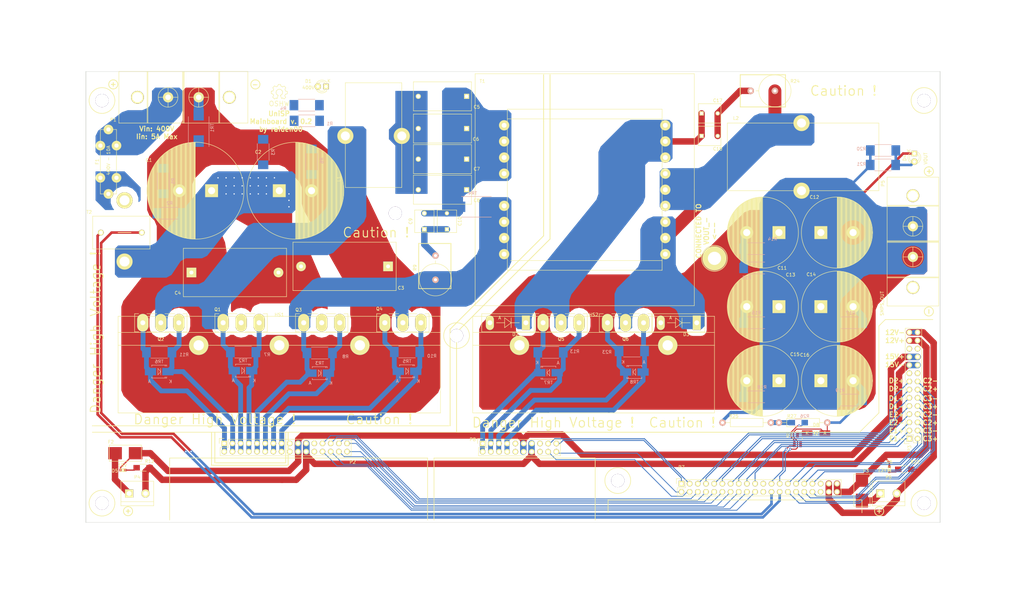
<source format=kicad_pcb>
(kicad_pcb (version 4) (host pcbnew "(2015-12-10 BZR 6367)-stable")
  (layers (0 F.Cu mixed) (31 B.Cu power) (36 B.SilkS user) (37 F.SilkS user) (38 B.Mask user) (39 F.Mask user) (44 Edge.Cuts user))
  (net 0 "")
  (net 1 SEC1)
  (net 2 VOUT_+)
  (net 3 "Net-(F1-Pad1)")
  (net 4 "Net-(F2-Pad2)")
  (net 5 "Net-(R1-Pad2)")
  (net 6 "Net-(D1-Pad2)")
  (net 7 SEC2)
  (net 8 SCOM)
  (net 9 "Net-(F3-Pad2)")
  (net 10 "Net-(P2-Pad17)")
  (net 11 "Net-(P2-Pad18)")
  (net 12 "Net-(D5-Pad1)")
  (net 13 "Net-(P2-Pad23)")
  (net 14 "Net-(P2-Pad24)")
  (net 15 VOUT_-)
  (net 16 /Q2_G)
  (net 17 /Q1_G)
  (net 18 /Q3_G)
  (net 19 /Q4_G)
  (net 20 /Q5_G)
  (net 21 /Q6_G)
  (net 22 /PWMA1_+)
  (net 23 /PWMB1_+)
  (net 24 /PWMA1_-)
  (net 25 /PWMB1_-)
  (net 26 /PWMA2_+)
  (net 27 /PWMB2_+)
  (net 28 /PWMA2_-)
  (net 29 /PWMB2_-)
  (net 30 /V_SENSE3_+)
  (net 31 /C_SENSE3_+)
  (net 32 /V_SENSE3_-)
  (net 33 /C_SENSE3_-)
  (net 34 /V_SENSE2_+)
  (net 35 /C_SENSE2_+)
  (net 36 /V_SENSE2_-)
  (net 37 /C_SENSE2_-)
  (net 38 /C_SENSE1_+)
  (net 39 /C_SENSE1_-)
  (net 40 /PWME1_+)
  (net 41 /PWME1_-)
  (net 42 /PWME2_+)
  (net 43 /PWME2_-)
  (net 44 /PWMD1_+)
  (net 45 /PWMD1_-)
  (net 46 /PWMD2_+)
  (net 47 /PWMD2_-)
  (net 48 /PWMC1_+)
  (net 49 /PWMC2_+)
  (net 50 /PWMC1_-)
  (net 51 /PWMC2_-)
  (net 52 /15V_PS_+)
  (net 53 /12V_PS_+)
  (net 54 /15V_PS_-)
  (net 55 /12V_PS_-)
  (net 56 "Net-(C10-Pad2)")
  (net 57 "Net-(C10-Pad1)")
  (net 58 "Net-(C17-Pad2)")
  (net 59 "Net-(D4-Pad2)")
  (net 60 "Net-(R2-Pad2)")
  (net 61 "Net-(R3-Pad2)")
  (net 62 "Net-(R25-Pad2)")
  (net 63 "Net-(D6-Pad1)")
  (net 64 "Net-(P3-Pad17)")
  (net 65 "Net-(P3-Pad18)")
  (net 66 "Net-(P3-Pad23)")
  (net 67 "Net-(P3-Pad24)")
  (net 68 "Net-(P7-Pad21)")
  (net 69 "Net-(P7-Pad22)")
  (net 70 "Net-(P7-Pad35)")
  (net 71 "Net-(P7-Pad36)")
  (net 72 "Net-(P8-Pad9)")
  (net 73 "Net-(P8-Pad10)")
  (net 74 "Net-(P8-Pad15)")
  (net 75 "Net-(P8-Pad16)")
  (net 76 "Net-(D7-Pad2)")
  (net 77 "Net-(D7-Pad3)")
  (net 78 /V_SENSE1_+)
  (net 79 /Q1_S)
  (net 80 /Q3_S)
  (net 81 VDD)
  (net 82 VSS)
  (net 83 "Net-(C5-Pad2)")
  (net 84 /CT_VDD)
  (module Mounting_Holes:MountingHole_4mm (layer F.Cu) (at 170 116)
    (fp_text reference REF** hide)
    (fp_text value MountingHole_4mm hide)
    (pad 1 thru_hole circle (at 0 0) (size 4.1 4.1) (drill 4.1) (layers *.Cu))
  )
  (module Inductor-DTMSS27 (layer F.Cu) (at 154.5 75.5 270)
    (fp_text reference L1 (at 29.85 2 270) (layer F.SilkS))
    (fp_text value "(opt)")
    (pad 1 thru_hole circle (at 16.5 0 270) (size 5 5) (drill 2.8) (layers *.Cu *.Mask F.SilkS) (net 79 /Q1_S))
    (pad 2 thru_hole circle (at 16.5 -17.5 270) (size 5 5) (drill 2.8) (layers *.Cu *.Mask F.SilkS) (net 83 "Net-(C5-Pad2)"))
  )
  (module smps:Heatsink-SK-514-100 (layer F.Cu) (at 134 148 180)
    (fp_text reference HS1 (at 0 0.5 180) (layer F.SilkS))
    (fp_text value "SK 514 100")
    (pad 2 thru_hole circle (at 0 -9 180) (size 6 6) (drill 3.2) (layers *.Cu *.Mask F.SilkS) (net 82 VSS))
    (pad 1 thru_hole circle (at 25 -9 180) (size 6 6) (drill 3.2) (layers *.Cu *.Mask F.SilkS) (net 82 VSS))
    (pad 3 thru_hole circle (at -25 -9 180) (size 6 6) (drill 3.2) (layers *.Cu *.Mask F.SilkS) (net 82 VSS))
  )
  (module smps:Heatsink-SK-514-75 (layer F.Cu) (at 231.5 148 180)
    (fp_text reference HS2 (at 0 0.5 180) (layer F.SilkS))
    (fp_text value "SK 514 75")
    (pad 1 thru_hole circle (at 23 -9 180) (size 6 6) (drill 3.2) (layers *.Cu *.Mask F.SilkS) (net 15 VOUT_-))
    (pad 2 thru_hole circle (at -23 -9 180) (size 6 6) (drill 3.2) (layers *.Cu *.Mask F.SilkS) (net 15 VOUT_-))
  )
  (module Socket_Strips:Socket_Strip_Straight_2x20 (layer F.Cu) (at 258.75 199.96)
    (fp_text reference P7 (at 0 -5.1) (layer F.SilkS))
    (fp_text value DRIVER_CONN)
    (pad 1 thru_hole rect (at 0 0) (size 1.7272 1.7272) (drill 1.016) (layers *.Cu *.Mask F.SilkS) (net 48 /PWMC1_+))
    (pad 2 thru_hole oval (at 0 2.54) (size 1.7272 1.7272) (drill 1.016) (layers *.Cu *.Mask F.SilkS) (net 51 /PWMC2_-))
    (pad 3 thru_hole oval (at 2.54 0) (size 1.7272 1.7272) (drill 1.016) (layers *.Cu *.Mask F.SilkS) (net 50 /PWMC1_-))
    (pad 4 thru_hole oval (at 2.54 2.54) (size 1.7272 1.7272) (drill 1.016) (layers *.Cu *.Mask F.SilkS) (net 49 /PWMC2_+))
    (pad 5 thru_hole oval (at 5.08 0) (size 1.7272 1.7272) (drill 1.016) (layers *.Cu *.Mask F.SilkS) (net 46 /PWMD2_+))
    (pad 6 thru_hole oval (at 5.08 2.54) (size 1.7272 1.7272) (drill 1.016) (layers *.Cu *.Mask F.SilkS) (net 29 /PWMB2_-))
    (pad 7 thru_hole oval (at 7.62 0) (size 1.7272 1.7272) (drill 1.016) (layers *.Cu *.Mask F.SilkS) (net 47 /PWMD2_-))
    (pad 8 thru_hole oval (at 7.62 2.54) (size 1.7272 1.7272) (drill 1.016) (layers *.Cu *.Mask F.SilkS) (net 27 /PWMB2_+))
    (pad 9 thru_hole oval (at 10.16 0) (size 1.7272 1.7272) (drill 1.016) (layers *.Cu *.Mask F.SilkS) (net 44 /PWMD1_+))
    (pad 10 thru_hole oval (at 10.16 2.54) (size 1.7272 1.7272) (drill 1.016) (layers *.Cu *.Mask F.SilkS) (net 25 /PWMB1_-))
    (pad 11 thru_hole oval (at 12.7 0) (size 1.7272 1.7272) (drill 1.016) (layers *.Cu *.Mask F.SilkS) (net 45 /PWMD1_-))
    (pad 12 thru_hole oval (at 12.7 2.54) (size 1.7272 1.7272) (drill 1.016) (layers *.Cu *.Mask F.SilkS) (net 23 /PWMB1_+))
    (pad 13 thru_hole oval (at 15.24 0) (size 1.7272 1.7272) (drill 1.016) (layers *.Cu *.Mask F.SilkS) (net 42 /PWME2_+))
    (pad 14 thru_hole oval (at 15.24 2.54) (size 1.7272 1.7272) (drill 1.016) (layers *.Cu *.Mask F.SilkS) (net 28 /PWMA2_-))
    (pad 15 thru_hole oval (at 17.78 0) (size 1.7272 1.7272) (drill 1.016) (layers *.Cu *.Mask F.SilkS) (net 43 /PWME2_-))
    (pad 16 thru_hole oval (at 17.78 2.54) (size 1.7272 1.7272) (drill 1.016) (layers *.Cu *.Mask F.SilkS) (net 26 /PWMA2_+))
    (pad 17 thru_hole oval (at 20.32 0) (size 1.7272 1.7272) (drill 1.016) (layers *.Cu *.Mask F.SilkS) (net 40 /PWME1_+))
    (pad 18 thru_hole oval (at 20.32 2.54) (size 1.7272 1.7272) (drill 1.016) (layers *.Cu *.Mask F.SilkS) (net 24 /PWMA1_-))
    (pad 19 thru_hole oval (at 22.86 0) (size 1.7272 1.7272) (drill 1.016) (layers *.Cu *.Mask F.SilkS) (net 41 /PWME1_-))
    (pad 20 thru_hole oval (at 22.86 2.54) (size 1.7272 1.7272) (drill 1.016) (layers *.Cu *.Mask F.SilkS) (net 22 /PWMA1_+))
    (pad 21 thru_hole oval (at 25.4 0) (size 1.7272 1.7272) (drill 1.016) (layers *.Cu *.Mask F.SilkS) (net 68 "Net-(P7-Pad21)"))
    (pad 22 thru_hole oval (at 25.4 2.54) (size 1.7272 1.7272) (drill 1.016) (layers *.Cu *.Mask F.SilkS) (net 69 "Net-(P7-Pad22)"))
    (pad 23 thru_hole oval (at 27.94 0) (size 1.7272 1.7272) (drill 1.016) (layers *.Cu *.Mask F.SilkS) (net 78 /V_SENSE1_+))
    (pad 24 thru_hole oval (at 27.94 2.54) (size 1.7272 1.7272) (drill 1.016) (layers *.Cu *.Mask F.SilkS) (net 39 /C_SENSE1_-))
    (pad 25 thru_hole oval (at 30.48 0) (size 1.7272 1.7272) (drill 1.016) (layers *.Cu *.Mask F.SilkS) (net 15 VOUT_-))
    (pad 26 thru_hole oval (at 30.48 2.54) (size 1.7272 1.7272) (drill 1.016) (layers *.Cu *.Mask F.SilkS) (net 38 /C_SENSE1_+))
    (pad 27 thru_hole oval (at 33.02 0) (size 1.7272 1.7272) (drill 1.016) (layers *.Cu *.Mask F.SilkS) (net 30 /V_SENSE3_+))
    (pad 28 thru_hole oval (at 33.02 2.54) (size 1.7272 1.7272) (drill 1.016) (layers *.Cu *.Mask F.SilkS) (net 37 /C_SENSE2_-))
    (pad 29 thru_hole oval (at 35.56 0) (size 1.7272 1.7272) (drill 1.016) (layers *.Cu *.Mask F.SilkS) (net 32 /V_SENSE3_-))
    (pad 30 thru_hole oval (at 35.56 2.54) (size 1.7272 1.7272) (drill 1.016) (layers *.Cu *.Mask F.SilkS) (net 35 /C_SENSE2_+))
    (pad 31 thru_hole oval (at 38.1 0) (size 1.7272 1.7272) (drill 1.016) (layers *.Cu *.Mask F.SilkS) (net 34 /V_SENSE2_+))
    (pad 32 thru_hole oval (at 38.1 2.54) (size 1.7272 1.7272) (drill 1.016) (layers *.Cu *.Mask F.SilkS) (net 33 /C_SENSE3_-))
    (pad 33 thru_hole oval (at 40.64 0) (size 1.7272 1.7272) (drill 1.016) (layers *.Cu *.Mask F.SilkS) (net 36 /V_SENSE2_-))
    (pad 34 thru_hole oval (at 40.64 2.54) (size 1.7272 1.7272) (drill 1.016) (layers *.Cu *.Mask F.SilkS) (net 31 /C_SENSE3_+))
    (pad 35 thru_hole oval (at 43.18 0) (size 1.7272 1.7272) (drill 1.016) (layers *.Cu *.Mask F.SilkS) (net 70 "Net-(P7-Pad35)"))
    (pad 36 thru_hole oval (at 43.18 2.54) (size 1.7272 1.7272) (drill 1.016) (layers *.Cu *.Mask F.SilkS) (net 71 "Net-(P7-Pad36)"))
    (pad 37 thru_hole oval (at 45.72 0) (size 1.7272 1.7272) (drill 1.016) (layers *.Cu *.Mask F.SilkS) (net 55 /12V_PS_-))
    (pad 38 thru_hole oval (at 45.72 2.54) (size 1.7272 1.7272) (drill 1.016) (layers *.Cu *.Mask F.SilkS) (net 55 /12V_PS_-))
    (pad 39 thru_hole oval (at 48.26 0) (size 1.7272 1.7272) (drill 1.016) (layers *.Cu *.Mask F.SilkS) (net 53 /12V_PS_+))
    (pad 40 thru_hole oval (at 48.26 2.54) (size 1.7272 1.7272) (drill 1.016) (layers *.Cu *.Mask F.SilkS) (net 53 /12V_PS_+))
  )
  (module Socket_Strips:Socket_Strip_Straight_2x14 (layer F.Cu) (at 329.46 186 90)
    (fp_text reference P3 (at -3 0.04 90) (layer F.SilkS))
    (fp_text value OUT_INTERFACE hide)
    (pad 1 thru_hole rect (at 0 0 90) (size 1.7272 1.7272) (drill 1.016) (layers *.Cu *.Mask F.SilkS) (net 41 /PWME1_-))
    (pad 2 thru_hole oval (at 0 2.54 90) (size 1.7272 1.7272) (drill 1.016) (layers *.Cu *.Mask F.SilkS) (net 30 /V_SENSE3_+))
    (pad 3 thru_hole oval (at 2.54 0 90) (size 1.7272 1.7272) (drill 1.016) (layers *.Cu *.Mask F.SilkS) (net 40 /PWME1_+))
    (pad 4 thru_hole oval (at 2.54 2.54 90) (size 1.7272 1.7272) (drill 1.016) (layers *.Cu *.Mask F.SilkS) (net 32 /V_SENSE3_-))
    (pad 5 thru_hole oval (at 5.08 0 90) (size 1.7272 1.7272) (drill 1.016) (layers *.Cu *.Mask F.SilkS) (net 43 /PWME2_-))
    (pad 6 thru_hole oval (at 5.08 2.54 90) (size 1.7272 1.7272) (drill 1.016) (layers *.Cu *.Mask F.SilkS) (net 34 /V_SENSE2_+))
    (pad 7 thru_hole oval (at 7.62 0 90) (size 1.7272 1.7272) (drill 1.016) (layers *.Cu *.Mask F.SilkS) (net 42 /PWME2_+))
    (pad 8 thru_hole oval (at 7.62 2.54 90) (size 1.7272 1.7272) (drill 1.016) (layers *.Cu *.Mask F.SilkS) (net 36 /V_SENSE2_-))
    (pad 9 thru_hole oval (at 10.16 0 90) (size 1.7272 1.7272) (drill 1.016) (layers *.Cu *.Mask F.SilkS) (net 45 /PWMD1_-))
    (pad 10 thru_hole oval (at 10.16 2.54 90) (size 1.7272 1.7272) (drill 1.016) (layers *.Cu *.Mask F.SilkS) (net 31 /C_SENSE3_+))
    (pad 11 thru_hole oval (at 12.7 0 90) (size 1.7272 1.7272) (drill 1.016) (layers *.Cu *.Mask F.SilkS) (net 44 /PWMD1_+))
    (pad 12 thru_hole oval (at 12.7 2.54 90) (size 1.7272 1.7272) (drill 1.016) (layers *.Cu *.Mask F.SilkS) (net 33 /C_SENSE3_-))
    (pad 13 thru_hole oval (at 15.24 0 90) (size 1.7272 1.7272) (drill 1.016) (layers *.Cu *.Mask F.SilkS) (net 47 /PWMD2_-))
    (pad 14 thru_hole oval (at 15.24 2.54 90) (size 1.7272 1.7272) (drill 1.016) (layers *.Cu *.Mask F.SilkS) (net 35 /C_SENSE2_+))
    (pad 15 thru_hole oval (at 17.78 0 90) (size 1.7272 1.7272) (drill 1.016) (layers *.Cu *.Mask F.SilkS) (net 46 /PWMD2_+))
    (pad 16 thru_hole oval (at 17.78 2.54 90) (size 1.7272 1.7272) (drill 1.016) (layers *.Cu *.Mask F.SilkS) (net 37 /C_SENSE2_-))
    (pad 17 thru_hole oval (at 20.32 0 90) (size 1.7272 1.7272) (drill 1.016) (layers *.Cu *.Mask F.SilkS) (net 64 "Net-(P3-Pad17)"))
    (pad 18 thru_hole oval (at 20.32 2.54 90) (size 1.7272 1.7272) (drill 1.016) (layers *.Cu *.Mask F.SilkS) (net 65 "Net-(P3-Pad18)"))
    (pad 19 thru_hole oval (at 22.86 0 90) (size 1.7272 1.7272) (drill 1.016) (layers *.Cu *.Mask F.SilkS) (net 54 /15V_PS_-))
    (pad 20 thru_hole oval (at 22.86 2.54 90) (size 1.7272 1.7272) (drill 1.016) (layers *.Cu *.Mask F.SilkS) (net 54 /15V_PS_-))
    (pad 21 thru_hole oval (at 25.4 0 90) (size 1.7272 1.7272) (drill 1.016) (layers *.Cu *.Mask F.SilkS) (net 52 /15V_PS_+))
    (pad 22 thru_hole oval (at 25.4 2.54 90) (size 1.7272 1.7272) (drill 1.016) (layers *.Cu *.Mask F.SilkS) (net 52 /15V_PS_+))
    (pad 23 thru_hole oval (at 27.94 0 90) (size 1.7272 1.7272) (drill 1.016) (layers *.Cu *.Mask F.SilkS) (net 66 "Net-(P3-Pad23)"))
    (pad 24 thru_hole oval (at 27.94 2.54 90) (size 1.7272 1.7272) (drill 1.016) (layers *.Cu *.Mask F.SilkS) (net 67 "Net-(P3-Pad24)"))
    (pad 25 thru_hole oval (at 30.48 0 90) (size 1.7272 1.7272) (drill 1.016) (layers *.Cu *.Mask F.SilkS) (net 53 /12V_PS_+))
    (pad 26 thru_hole oval (at 30.48 2.54 90) (size 1.7272 1.7272) (drill 1.016) (layers *.Cu *.Mask F.SilkS) (net 53 /12V_PS_+))
    (pad 27 thru_hole oval (at 33.02 0 90) (size 1.7272 1.7272) (drill 1.016) (layers *.Cu *.Mask F.SilkS) (net 55 /12V_PS_-))
    (pad 28 thru_hole oval (at 33.02 2.54 90) (size 1.7272 1.7272) (drill 1.016) (layers *.Cu *.Mask F.SilkS) (net 55 /12V_PS_-))
  )
  (module smps:CONN_2_20A (layer F.Cu) (at 104.25 80)
    (fp_text reference P1 (at -21.75 7) (layer F.SilkS))
    (fp_text value 400V_DC_IN hide)
    (pad 1 thru_hole circle (at -4.75 0) (size 3.2 3.2) (drill 1.7) (layers *.Cu *.Mask F.SilkS) (net 3 "Net-(F1-Pad1)"))
    (pad 2 thru_hole circle (at 4.75 0) (size 3.2 3.2) (drill 1.7) (layers *.Cu *.Mask F.SilkS) (net 82 VSS))
    (pad "" thru_hole circle (at 14.25 0) (size 4 4) (drill 3.2) (layers *.Cu F.SilkS))
    (pad "" thru_hole circle (at -14.25 0) (size 4 4) (drill 3.2) (layers *.Cu F.SilkS))
  )
  (module smps:FUSE_3 (layer F.Cu) (at 81 100 270)
    (fp_text reference F1 (at 0 3.5 450) (layer F.SilkS))
    (fp_text value "400V - 10A" (at -0.4 0 450) (layer F.SilkS))
    (pad 1 thru_hole circle (at -10 0 270) (size 3 3) (drill 1.3) (layers *.Cu *.Mask F.SilkS) (net 3 "Net-(F1-Pad1)"))
    (pad 2 thru_hole circle (at 10 0 270) (size 3 3) (drill 1.3) (layers *.Cu *.Mask F.SilkS) (net 81 VDD))
    (pad 1 thru_hole circle (at -5 2.5 270) (size 3 3) (drill 1.3) (layers *.Cu *.Mask F.SilkS) (net 3 "Net-(F1-Pad1)"))
    (pad 1 thru_hole circle (at -5 -2.5 270) (size 3 3) (drill 1.3) (layers *.Cu *.Mask F.SilkS) (net 3 "Net-(F1-Pad1)"))
    (pad 2 thru_hole circle (at 5 -2.5 270) (size 3 3) (drill 1.3) (layers *.Cu *.Mask F.SilkS) (net 81 VDD))
    (pad 2 thru_hole circle (at 5 2.5 270) (size 3 3) (drill 1.3) (layers *.Cu *.Mask F.SilkS) (net 81 VDD))
  )
  (module smps:TRAFO2_E71_H (layer F.Cu) (at 228.75 108.7 90)
    (fp_text reference T1 (at 33.7 -31.75 180) (layer F.SilkS))
    (fp_text value 10:5+5 hide)
    (pad 2 thru_hole circle (at 0 25 90) (size 3.2 3.2) (drill 1.5) (layers *.Cu *.Mask F.SilkS) (net 8 SCOM))
    (pad 4 thru_hole circle (at -5 -25 90) (size 3.2 3.2) (drill 1.5) (layers *.Cu *.Mask F.SilkS) (net 80 /Q3_S))
    (pad 4 thru_hole circle (at -10 -25 90) (size 3.2 3.2) (drill 1.5) (layers *.Cu *.Mask F.SilkS) (net 80 /Q3_S))
    (pad 4 thru_hole circle (at -15 -25 90) (size 3.2 3.2) (drill 1.5) (layers *.Cu *.Mask F.SilkS) (net 80 /Q3_S))
    (pad 5 thru_hole circle (at 5 -25 90) (size 3.2 3.2) (drill 1.5) (layers *.Cu *.Mask F.SilkS) (net 56 "Net-(C10-Pad2)"))
    (pad 5 thru_hole circle (at 10 -25 90) (size 3.2 3.2) (drill 1.5) (layers *.Cu *.Mask F.SilkS) (net 56 "Net-(C10-Pad2)"))
    (pad 5 thru_hole circle (at 15 -25 90) (size 3.2 3.2) (drill 1.5) (layers *.Cu *.Mask F.SilkS) (net 56 "Net-(C10-Pad2)"))
    (pad 1 thru_hole circle (at 20 25 90) (size 3.2 3.2) (drill 1.5) (layers *.Cu *.Mask F.SilkS) (net 1 SEC1))
    (pad 1 thru_hole circle (at 15 25 90) (size 3.2 3.2) (drill 1.5) (layers *.Cu *.Mask F.SilkS) (net 1 SEC1))
    (pad 2 thru_hole circle (at 5 25 90) (size 3.2 3.2) (drill 1.5) (layers *.Cu *.Mask F.SilkS) (net 8 SCOM))
    (pad 2 thru_hole circle (at -5 25 90) (size 3.2 3.2) (drill 1.5) (layers *.Cu *.Mask F.SilkS) (net 8 SCOM))
    (pad 3 thru_hole circle (at -10 25 90) (size 3.2 3.2) (drill 1.5) (layers *.Cu *.Mask F.SilkS) (net 7 SEC2))
    (pad 3 thru_hole circle (at -15 25 90) (size 3.2 3.2) (drill 1.5) (layers *.Cu *.Mask F.SilkS) (net 7 SEC2))
    (pad 1 thru_hole circle (at 10 25 90) (size 3.2 3.2) (drill 1.5) (layers *.Cu *.Mask F.SilkS) (net 1 SEC1))
    (pad 3 thru_hole circle (at -20 25 90) (size 3.2 3.2) (drill 1.5) (layers *.Cu *.Mask F.SilkS) (net 7 SEC2))
    (pad 5 thru_hole circle (at 20 -25 90) (size 3.2 3.2) (drill 1.5) (layers *.Cu *.Mask F.SilkS) (net 56 "Net-(C10-Pad2)"))
    (pad 4 thru_hole circle (at -20 -25 90) (size 3.2 3.2) (drill 1.5) (layers *.Cu *.Mask F.SilkS) (net 80 /Q3_S))
  )
  (module Mounting_Holes:MountingHole_4mm (layer F.Cu) (at 269 130)
    (fp_text reference "" (at -4.5 -8.5 90) (layer F.SilkS))
    (fp_text value MountingHole_4mm hide)
    (pad 1 thru_hole circle (at 0 0) (size 7.5 7.5) (drill 4.1) (layers *.Cu *.Mask F.SilkS) (net 15 VOUT_-))
  )
  (module Mounting_Holes:MountingHole_4mm (layer F.Cu) (at 189 154)
    (fp_text reference REF** hide)
    (fp_text value MountingHole_4mm hide)
    (pad 1 thru_hole circle (at 0 0) (size 4.1 4.1) (drill 4.1) (layers *.Cu))
  )
  (module Capacitors_ThroughHole:C_Rect_L32_W15_P27 (layer F.Cu) (at 106.75 134.4)
    (fp_text reference C4 (at -4.25 6.35) (layer F.SilkS))
    (fp_text value "470n/450V(PP)")
    (pad 1 thru_hole rect (at 0 0) (size 3 3) (drill 1.2) (layers *.Cu *.Mask F.SilkS) (net 82 VSS))
    (pad 2 thru_hole circle (at 27 0) (size 3 3) (drill 1.2) (layers *.Cu *.Mask F.SilkS) (net 81 VDD))
  )
  (module Resistors_SMD:R_2512_HandSoldering (layer B.Cu) (at 311 150)
    (fp_text reference R17 (at 0.25 -3) (layer B.SilkS) (effects (justify mirror)))
    (fp_text value 43k/1W)
    (pad 1 smd rect (at -3.95 0) (size 2.7 3.2) (layers B.Cu B.Mask) (net 2 VOUT_+))
    (pad 2 smd rect (at 3.95 0) (size 2.7 3.2) (layers B.Cu B.Mask) (net 15 VOUT_-))
  )
  (module Resistors_SMD:R_2512_HandSoldering (layer B.Cu) (at 282 127 180)
    (fp_text reference R14 (at -5 3 180) (layer B.SilkS) (effects (justify mirror)))
    (fp_text value 43k/1W)
    (pad 1 smd rect (at -3.95 0 180) (size 2.7 3.2) (layers B.Cu B.Mask) (net 2 VOUT_+))
    (pad 2 smd rect (at 3.95 0 180) (size 2.7 3.2) (layers B.Cu B.Mask) (net 15 VOUT_-))
  )
  (module Resistors_SMD:R_2512_HandSoldering (layer B.Cu) (at 282 150 180)
    (fp_text reference R16 (at 0 3.1 180) (layer B.SilkS) (effects (justify mirror)))
    (fp_text value 43k/1W)
    (pad 1 smd rect (at -3.95 0 180) (size 2.7 3.2) (layers B.Cu B.Mask) (net 2 VOUT_+))
    (pad 2 smd rect (at 3.95 0 180) (size 2.7 3.2) (layers B.Cu B.Mask) (net 15 VOUT_-))
  )
  (module Resistors_SMD:R_2512_HandSoldering (layer B.Cu) (at 282 133 180)
    (fp_text reference R15 (at 3 -3 180) (layer B.SilkS) (effects (justify mirror)))
    (fp_text value 43k/1W)
    (pad 1 smd rect (at -3.95 0 180) (size 2.7 3.2) (layers B.Cu B.Mask) (net 2 VOUT_+))
    (pad 2 smd rect (at 3.95 0 180) (size 2.7 3.2) (layers B.Cu B.Mask) (net 15 VOUT_-))
  )
  (module Capacitors_ThroughHole:C_Radial_D30_L51_P10 (layer F.Cu) (at 113 109 180)
    (fp_text reference C1 (at 19.45 9.5 180) (layer F.SilkS))
    (fp_text value 220u/450V)
    (pad 1 thru_hole rect (at 0 0 180) (size 4 4) (drill 2.2) (layers *.Cu *.Mask F.SilkS) (net 81 VDD))
    (pad 2 thru_hole circle (at 10 0 180) (size 4 4) (drill 2.2) (layers *.Cu *.Mask F.SilkS) (net 82 VSS))
  )
  (module Capacitors_ThroughHole:C_Radial_D30_L51_P10 (layer F.Cu) (at 134 109)
    (fp_text reference C2 (at -6.55 -12) (layer F.SilkS))
    (fp_text value 220u/450V)
    (pad 1 thru_hole rect (at 0 0) (size 4 4) (drill 2.2) (layers *.Cu *.Mask F.SilkS) (net 81 VDD))
    (pad 2 thru_hole circle (at 10 0) (size 4 4) (drill 2.2) (layers *.Cu *.Mask F.SilkS) (net 82 VSS))
  )
  (module Capacitors_ThroughHole:C_Rect_L32_W15_P27 (layer F.Cu) (at 167.75 132.5 180)
    (fp_text reference C3 (at -4 -6.7 180) (layer F.SilkS))
    (fp_text value "470n/450V(PP)")
    (pad 1 thru_hole rect (at 0 0 180) (size 3 3) (drill 1.2) (layers *.Cu *.Mask F.SilkS) (net 82 VSS))
    (pad 2 thru_hole circle (at 27 0 180) (size 3 3) (drill 1.2) (layers *.Cu *.Mask F.SilkS) (net 81 VDD))
  )
  (module Transistors_TO-247:TO-247_Vertical_Neutral123_largePads (layer F.Cu) (at 147.162 150 180)
    (fp_text reference Q3 (at 7.162 4 180) (layer F.SilkS))
    (fp_text value IRFPS38N60L)
    (pad 2 thru_hole oval (at 0 0 270) (size 5.50164 3.50012) (drill 1.55) (layers *.Cu *.Mask F.SilkS) (net 84 /CT_VDD))
    (pad 1 thru_hole oval (at -5.588 0 270) (size 5.50164 3.50012) (drill 1.55) (layers *.Cu *.Mask F.SilkS) (net 18 /Q3_G))
    (pad 3 thru_hole oval (at 5.588 0 270) (size 5.50164 3.50012) (drill 1.55) (layers *.Cu *.Mask F.SilkS) (net 80 /Q3_S))
  )
  (module Transistors_TO-247:TO-247_Vertical_Neutral123_largePads (layer F.Cu) (at 122.162 150 180)
    (fp_text reference Q1 (at 7.312 4.125 180) (layer F.SilkS))
    (fp_text value IRFPS38N60L)
    (pad 2 thru_hole oval (at 0 0 270) (size 5.50164 3.50012) (drill 1.55) (layers *.Cu *.Mask F.SilkS) (net 84 /CT_VDD))
    (pad 1 thru_hole oval (at -5.588 0 270) (size 5.50164 3.50012) (drill 1.55) (layers *.Cu *.Mask F.SilkS) (net 17 /Q1_G))
    (pad 3 thru_hole oval (at 5.588 0 270) (size 5.50164 3.50012) (drill 1.55) (layers *.Cu *.Mask F.SilkS) (net 79 /Q1_S))
  )
  (module Transistors_TO-247:TO-247_Vertical_Neutral123_largePads (layer F.Cu) (at 172.338 150 180)
    (fp_text reference Q4 (at 7.288 4.325 180) (layer F.SilkS))
    (fp_text value IRFPS38N60L)
    (pad 2 thru_hole oval (at 0 0 270) (size 5.50164 3.50012) (drill 1.55) (layers *.Cu *.Mask F.SilkS) (net 80 /Q3_S))
    (pad 1 thru_hole oval (at -5.588 0 270) (size 5.50164 3.50012) (drill 1.55) (layers *.Cu *.Mask F.SilkS) (net 19 /Q4_G))
    (pad 3 thru_hole oval (at 5.588 0 270) (size 5.50164 3.50012) (drill 1.55) (layers *.Cu *.Mask F.SilkS) (net 82 VSS))
  )
  (module smps:Inductor-DTMSS40-0.1-20 (layer F.Cu) (at 320 88 180)
    (fp_text reference L2 (at 44.35 1.5 180) (layer F.SilkS))
    (fp_text value 90u)
    (pad 1 thru_hole circle (at 24 0 180) (size 5 5) (drill 2.8) (layers *.Cu *.Mask F.SilkS) (net 8 SCOM))
    (pad 2 thru_hole circle (at 24 -21 180) (size 5 5) (drill 2.8) (layers *.Cu *.Mask F.SilkS) (net 2 VOUT_+))
  )
  (module Capacitors_ThroughHole:C_Rect_L18_W9_H15_P15 (layer F.Cu) (at 192.117948 89.704424 180)
    (fp_text reference C6 (at -2.882052 -3.295576 180) (layer F.SilkS))
    (fp_text value "220n/450V (PP)")
    (pad 1 thru_hole rect (at 0 0 180) (size 1.6 1.6) (drill 1.1) (layers *.Cu *.Mask F.SilkS) (net 56 "Net-(C10-Pad2)"))
    (pad 2 thru_hole circle (at 15 0 180) (size 1.6 1.6) (drill 1.1) (layers *.Cu *.Mask F.SilkS) (net 83 "Net-(C5-Pad2)"))
  )
  (module Capacitors_ThroughHole:C_Rect_L18_W9_H15_P15 (layer F.Cu) (at 192.117948 79.704424 180)
    (fp_text reference C5 (at -3.132052 -3.295576 180) (layer F.SilkS))
    (fp_text value "220n/450V (PP)")
    (pad 1 thru_hole rect (at 0 0 180) (size 1.6 1.6) (drill 1.1) (layers *.Cu *.Mask F.SilkS) (net 56 "Net-(C10-Pad2)"))
    (pad 2 thru_hole circle (at 15 0 180) (size 1.6 1.6) (drill 1.1) (layers *.Cu *.Mask F.SilkS) (net 83 "Net-(C5-Pad2)"))
  )
  (module Capacitors_ThroughHole:C_Rect_L18_W9_H15_P15 (layer F.Cu) (at 192.117948 108.704424 180)
    (fp_text reference C8 (at -3.132052 -3.295576 180) (layer F.SilkS))
    (fp_text value "220n/450V (PP)")
    (pad 1 thru_hole rect (at 0 0 180) (size 1.6 1.6) (drill 1.1) (layers *.Cu *.Mask F.SilkS) (net 56 "Net-(C10-Pad2)"))
    (pad 2 thru_hole circle (at 15 0 180) (size 1.6 1.6) (drill 1.1) (layers *.Cu *.Mask F.SilkS) (net 83 "Net-(C5-Pad2)"))
  )
  (module Capacitors_ThroughHole:C_Rect_L18_W9_H15_P15 (layer F.Cu) (at 192.117948 99.204424 180)
    (fp_text reference C7 (at -3.132052 -3.045576 180) (layer F.SilkS))
    (fp_text value "220n/450V (PP)")
    (pad 1 thru_hole rect (at 0 0 180) (size 1.6 1.6) (drill 1.1) (layers *.Cu *.Mask F.SilkS) (net 56 "Net-(C10-Pad2)"))
    (pad 2 thru_hole circle (at 15 0 180) (size 1.6 1.6) (drill 1.1) (layers *.Cu *.Mask F.SilkS) (net 83 "Net-(C5-Pad2)"))
  )
  (module Resistors_SMD:R_2512_HandSoldering (layer B.Cu) (at 122.788 159.118 180)
    (fp_text reference R7 (at -7.462 -0.782 180) (layer B.SilkS) (effects (justify mirror)))
    (fp_text value 10k)
    (pad 1 smd rect (at -3.95 0 180) (size 2.7 3.2) (layers B.Cu B.Mask) (net 17 /Q1_G))
    (pad 2 smd rect (at 3.95 0 180) (size 2.7 3.2) (layers B.Cu B.Mask) (net 79 /Q1_S))
  )
  (module Resistors_SMD:R_2512_HandSoldering (layer B.Cu) (at 146.545 159.397 180)
    (fp_text reference R8 (at -8.005 -1.103 180) (layer B.SilkS) (effects (justify mirror)))
    (fp_text value 10k)
    (pad 1 smd rect (at -3.95 0 180) (size 2.7 3.2) (layers B.Cu B.Mask) (net 18 /Q3_G))
    (pad 2 smd rect (at 3.95 0 180) (size 2.7 3.2) (layers B.Cu B.Mask) (net 80 /Q3_S))
  )
  (module Resistors_SMD:R_2512_HandSoldering (layer B.Cu) (at 173.628 159.062 180)
    (fp_text reference R10 (at -7.722 -1.25 180) (layer B.SilkS) (effects (justify mirror)))
    (fp_text value 10k)
    (pad 1 smd rect (at -3.95 0 180) (size 2.7 3.2) (layers B.Cu B.Mask) (net 19 /Q4_G))
    (pad 2 smd rect (at 3.95 0 180) (size 2.7 3.2) (layers B.Cu B.Mask) (net 82 VSS))
  )
  (module Resistors_SMD:R_2512_HandSoldering (layer B.Cu) (at 96.749 159.168 180)
    (fp_text reference R11 (at -7.701 -0.732 180) (layer B.SilkS) (effects (justify mirror)))
    (fp_text value 10k)
    (pad 1 smd rect (at -3.95 0 180) (size 2.7 3.2) (layers B.Cu B.Mask) (net 16 /Q2_G))
    (pad 2 smd rect (at 3.95 0 180) (size 2.7 3.2) (layers B.Cu B.Mask) (net 82 VSS))
  )
  (module Resistors_SMD:R_2512_HandSoldering (layer B.Cu) (at 142.55 87.3)
    (fp_text reference R1 (at 7.1 0.9) (layer B.SilkS) (effects (justify mirror)))
    (fp_text value 100k/1W)
    (pad 1 smd rect (at -3.95 0) (size 2.7 3.2) (layers B.Cu B.Mask) (net 81 VDD))
    (pad 2 smd rect (at 3.95 0) (size 2.7 3.2) (layers B.Cu B.Mask) (net 5 "Net-(R1-Pad2)"))
  )
  (module Resistors_SMD:R_2512_HandSoldering (layer B.Cu) (at 142.5 82.45 180)
    (fp_text reference R4 (at 7.25 -1.05 180) (layer B.SilkS) (effects (justify mirror)))
    (fp_text value 100k/1W)
    (pad 1 smd rect (at -3.95 0 180) (size 2.7 3.2) (layers B.Cu B.Mask) (net 5 "Net-(R1-Pad2)"))
    (pad 2 smd rect (at 3.95 0 180) (size 2.7 3.2) (layers B.Cu B.Mask) (net 6 "Net-(D1-Pad2)"))
  )
  (module Resistors_SMD:R_2512_HandSoldering (layer B.Cu) (at 321.25 101)
    (fp_text reference R21 (at -6.7 -0.25) (layer B.SilkS) (effects (justify mirror)))
    (fp_text value 30k/1W)
    (pad 1 smd rect (at -3.95 0) (size 2.7 3.2) (layers B.Cu B.Mask) (net 2 VOUT_+))
    (pad 2 smd rect (at 3.95 0) (size 2.7 3.2) (layers B.Cu B.Mask) (net 59 "Net-(D4-Pad2)"))
  )
  (module Resistors_SMD:R_2512_HandSoldering (layer B.Cu) (at 321.3 96.5)
    (fp_text reference R20 (at -6.75 -0.5) (layer B.SilkS) (effects (justify mirror)))
    (fp_text value 30k/1W)
    (pad 1 smd rect (at -3.95 0) (size 2.7 3.2) (layers B.Cu B.Mask) (net 2 VOUT_+))
    (pad 2 smd rect (at 3.95 0) (size 2.7 3.2) (layers B.Cu B.Mask) (net 59 "Net-(D4-Pad2)"))
  )
  (module Resistors_SMD:R_2512_HandSoldering (layer B.Cu) (at 100 116 180)
    (fp_text reference R2 (at 0 3.1 180) (layer B.SilkS) (effects (justify mirror)))
    (fp_text value 56k/2W)
    (pad 1 smd rect (at -3.95 0 180) (size 2.7 3.2) (layers B.Cu B.Mask) (net 81 VDD))
    (pad 2 smd rect (at 3.95 0 180) (size 2.7 3.2) (layers B.Cu B.Mask) (net 60 "Net-(R2-Pad2)"))
  )
  (module Resistors_SMD:R_2512_HandSoldering (layer B.Cu) (at 129 97 90)
    (fp_text reference R3 (at 0 3.1 90) (layer B.SilkS) (effects (justify mirror)))
    (fp_text value 56k/2W)
    (pad 1 smd rect (at -3.95 0 90) (size 2.7 3.2) (layers B.Cu B.Mask) (net 81 VDD))
    (pad 2 smd rect (at 3.95 0 90) (size 2.7 3.2) (layers B.Cu B.Mask) (net 61 "Net-(R3-Pad2)"))
  )
  (module Resistors_SMD:R_2512_HandSoldering (layer B.Cu) (at 98 106 90)
    (fp_text reference R5 (at 0 3.1 90) (layer B.SilkS) (effects (justify mirror)))
    (fp_text value 56k/2W)
    (pad 1 smd rect (at -3.95 0 90) (size 2.7 3.2) (layers B.Cu B.Mask) (net 60 "Net-(R2-Pad2)"))
    (pad 2 smd rect (at 3.95 0 90) (size 2.7 3.2) (layers B.Cu B.Mask) (net 82 VSS))
  )
  (module Resistors_SMD:R_2512_HandSoldering (layer B.Cu) (at 144 100 270)
    (fp_text reference R6 (at -0.35 -3.2 270) (layer B.SilkS) (effects (justify mirror)))
    (fp_text value 56k/2W)
    (pad 1 smd rect (at -3.95 0 270) (size 2.7 3.2) (layers B.Cu B.Mask) (net 61 "Net-(R3-Pad2)"))
    (pad 2 smd rect (at 3.95 0 270) (size 2.7 3.2) (layers B.Cu B.Mask) (net 82 VSS))
  )
  (module LEDs:LED-3MM (layer F.Cu) (at 148.5 76.65 180)
    (fp_text reference D1 (at 5.5 1.65 180) (layer F.SilkS))
    (fp_text value 400V (at 5.5 -0.35 180) (layer F.SilkS))
    (fp_text user K (at -0.9 1.7 180) (layer F.SilkS))
    (pad 1 thru_hole rect (at 0 0 270) (size 1.69926 1.69926) (drill 1.00076) (layers *.Cu *.Mask F.SilkS) (net 82 VSS))
    (pad 2 thru_hole circle (at 2.54 0 180) (size 1.99898 1.99898) (drill 1.00076) (layers *.Cu *.Mask F.SilkS) (net 6 "Net-(D1-Pad2)"))
  )
  (module LEDs:LED-3MM (layer F.Cu) (at 331 97.46 270)
    (fp_text reference D4 (at 1.4 3 270) (layer F.SilkS))
    (fp_text value VOUT (at 1.54 -3.5 270) (layer F.SilkS))
    (fp_text user K (at -0.9 1.7 270) (layer F.SilkS))
    (pad 1 thru_hole rect (at 0 0) (size 1.69926 1.69926) (drill 1.00076) (layers *.Cu *.Mask F.SilkS) (net 15 VOUT_-))
    (pad 2 thru_hole circle (at 2.54 0 270) (size 1.99898 1.99898) (drill 1.00076) (layers *.Cu *.Mask F.SilkS) (net 59 "Net-(D4-Pad2)"))
  )
  (module Resistors_ThroughHole:Resistor_Horizontal_RM15mm (layer F.Cu) (at 279 181)
    (fp_text reference R25 (at -4 -2) (layer F.SilkS))
    (fp_text value "1M 2W")
    (pad 1 thru_hole circle (at -7.5 0) (size 1.99898 1.99898) (drill 1.00076) (layers *.Cu *.SilkS *.Mask) (net 2 VOUT_+))
    (pad 2 thru_hole circle (at 7.5 0) (size 1.99898 1.99898) (drill 1.00076) (layers *.Cu *.SilkS *.Mask) (net 62 "Net-(R25-Pad2)"))
  )
  (module Resistors_ThroughHole:Resistor_Horizontal_RM15mm (layer F.Cu) (at 296.5 181)
    (fp_text reference R27 (at -3.5 -2) (layer F.SilkS))
    (fp_text value "20k 2W")
    (pad 1 thru_hole circle (at -7.5 0) (size 1.99898 1.99898) (drill 1.00076) (layers *.Cu *.SilkS *.Mask) (net 62 "Net-(R25-Pad2)"))
    (pad 2 thru_hole circle (at 7.5 0) (size 1.99898 1.99898) (drill 1.00076) (layers *.Cu *.SilkS *.Mask) (net 15 VOUT_-))
  )
  (module Mounting_Holes:MountingHole_4mm (layer F.Cu) (at 79 81)
    (fp_text reference REF** hide)
    (fp_text value MountingHole_4mm hide)
    (pad 1 thru_hole circle (at 0 0) (size 4.1 4.1) (drill 4.1) (layers *.Cu))
  )
  (module Mounting_Holes:MountingHole_4mm (layer F.Cu) (at 334 81)
    (fp_text reference REF** hide)
    (fp_text value MountingHole_4mm hide)
    (pad 1 thru_hole circle (at 0 0) (size 4.1 4.1) (drill 4.1) (layers *.Cu))
  )
  (module Mounting_Holes:MountingHole_4mm (layer F.Cu) (at 239 199)
    (fp_text reference REF** hide)
    (fp_text value MountingHole_4mm hide)
    (pad 1 thru_hole circle (at 0 0) (size 4.1 4.1) (drill 4.1) (layers *.Cu))
  )
  (module Mounting_Holes:MountingHole_4mm (layer F.Cu) (at 79 206)
    (fp_text reference REF** hide)
    (fp_text value MountingHole_4mm hide)
    (pad 1 thru_hole circle (at 0 0) (size 4.1 4.1) (drill 4.1) (layers *.Cu))
  )
  (module Mounting_Holes:MountingHole_4mm (layer F.Cu) (at 334 206)
    (fp_text reference REF** hide)
    (fp_text value MountingHole_4mm hide)
    (pad 1 thru_hole circle (at 0 0) (size 4.1 4.1) (drill 4.1) (layers *.Cu))
  )
  (module Diodes_SMD:Diode-DO-214AB_Handsoldering (layer B.Cu) (at 109 89.5 90)
    (fp_text reference TR1 (at 0 4.2 90) (layer B.SilkS) (effects (justify mirror)))
    (fp_text value 1.5K440)
    (pad 2 smd rect (at 4.1 0 90) (size 3.6 3.2) (layers B.Cu B.Mask) (net 82 VSS))
    (pad 1 smd rect (at -4.1 0 90) (size 3.6 3.2) (layers B.Cu B.Mask) (net 81 VDD))
  )
  (module Diodes_SMD:Diode-DO-214AB_Handsoldering (layer B.Cu) (at 194 114 180)
    (fp_text reference TR4 (at 0 4.2 180) (layer B.SilkS) (effects (justify mirror)))
    (fp_text value 1.5K440)
    (pad 2 smd rect (at 4.1 0 180) (size 3.6 3.2) (layers B.Cu B.Mask) (net 56 "Net-(C10-Pad2)"))
    (pad 1 smd rect (at -4.1 0 180) (size 3.6 3.2) (layers B.Cu B.Mask) (net 80 /Q3_S))
  )
  (module Capacitors_ThroughHole:C_Rect_L7_W6_P5 (layer F.Cu) (at 179 121 90)
    (fp_text reference C9 (at 2.5 -4.25 90) (layer F.SilkS))
    (fp_text value C_SNUBB_PRIM)
    (pad 1 thru_hole rect (at 0 0 90) (size 1.5 1.5) (drill 1) (layers *.Cu *.Mask F.SilkS) (net 57 "Net-(C10-Pad1)"))
    (pad 2 thru_hole circle (at 5 0 90) (size 1.5 1.5) (drill 1) (layers *.Cu *.Mask F.SilkS) (net 56 "Net-(C10-Pad2)"))
  )
  (module Resistors_SMD:R_2512_HandSoldering (layer B.Cu) (at 218.15 159.2)
    (fp_text reference R13 (at 7.5 -0.3) (layer B.SilkS) (effects (justify mirror)))
    (fp_text value "(10k)")
    (pad 1 smd rect (at -3.95 0) (size 2.7 3.2) (layers B.Cu B.Mask) (net 15 VOUT_-))
    (pad 2 smd rect (at 3.95 0) (size 2.7 3.2) (layers B.Cu B.Mask) (net 20 /Q5_G))
  )
  (module Resistors_SMD:R_2512_HandSoldering (layer B.Cu) (at 243.35 158.8)
    (fp_text reference R23 (at -7.7 0.3) (layer B.SilkS) (effects (justify mirror)))
    (fp_text value "(10k)")
    (pad 1 smd rect (at -3.95 0) (size 2.7 3.2) (layers B.Cu B.Mask) (net 15 VOUT_-))
    (pad 2 smd rect (at 3.95 0) (size 2.7 3.2) (layers B.Cu B.Mask) (net 21 /Q6_G))
  )
  (module Resistors_SMD:R_1206_HandSoldering (layer F.Cu) (at 91.75 195 180)
    (fp_text reference R12 (at -2 2 180) (layer F.SilkS))
    (fp_text value 1k2)
    (pad 1 smd rect (at -2 0 180) (size 2 1.7) (layers F.Cu F.Mask) (net 54 /15V_PS_-))
    (pad 2 smd rect (at 2 0 180) (size 2 1.7) (layers F.Cu F.Mask) (net 12 "Net-(D5-Pad1)"))
  )
  (module Resistors_SMD:R_1206_HandSoldering (layer F.Cu) (at 328 195.5 180)
    (fp_text reference R22 (at -3.25 2.25 180) (layer F.SilkS))
    (fp_text value 1k2)
    (pad 1 smd rect (at -2 0 180) (size 2 1.7) (layers F.Cu F.Mask) (net 55 /12V_PS_-))
    (pad 2 smd rect (at 2 0 180) (size 2 1.7) (layers F.Cu F.Mask) (net 63 "Net-(D6-Pad1)"))
  )
  (module LEDs:LED-0603 (layer F.Cu) (at 85.5 195.75 180)
    (fp_text reference D5 (at 2.5 -0.2 180) (layer F.SilkS))
    (fp_text value 15V (at 0.1493 1.5 180) (layer F.SilkS))
    (pad 2 smd rect (at 0.7493 0) (size 0.79756 0.79756) (layers F.Cu F.Mask) (net 52 /15V_PS_+))
    (pad 1 smd rect (at -0.7493 0) (size 0.79756 0.79756) (layers F.Cu F.Mask) (net 12 "Net-(D5-Pad1)"))
  )
  (module LEDs:LED-0603 (layer F.Cu) (at 323.25 195.5 90)
    (fp_text reference D6 (at 2.25 0 180) (layer F.SilkS))
    (fp_text value 12V (at -0.25 -2.25 180) (layer F.SilkS))
    (pad 2 smd rect (at 0.7493 0 270) (size 0.79756 0.79756) (layers F.Cu F.Mask) (net 53 /12V_PS_+))
    (pad 1 smd rect (at -0.7493 0 270) (size 0.79756 0.79756) (layers F.Cu F.Mask) (net 63 "Net-(D6-Pad1)"))
  )
  (module Capacitors_ThroughHole:C_Radial_D22_L41_P10 (layer F.Cu) (at 289 145 180)
    (fp_text reference C13 (at -3.6 9.9 180) (layer F.SilkS))
    (fp_text value 330u/200V)
    (pad 1 thru_hole rect (at 0 0 180) (size 4 4) (drill 2.2) (layers *.Cu *.Mask F.SilkS) (net 2 VOUT_+))
    (pad 2 thru_hole circle (at 10 0 180) (size 4 4) (drill 2.2) (layers *.Cu *.Mask F.SilkS) (net 15 VOUT_-))
  )
  (module Capacitors_ThroughHole:C_Radial_D22_L41_P10 (layer F.Cu) (at 302 145)
    (fp_text reference C14 (at -3 -10) (layer F.SilkS))
    (fp_text value 330u/200V)
    (pad 1 thru_hole rect (at 0 0) (size 4 4) (drill 2.2) (layers *.Cu *.Mask F.SilkS) (net 2 VOUT_+))
    (pad 2 thru_hole circle (at 10 0) (size 4 4) (drill 2.2) (layers *.Cu *.Mask F.SilkS) (net 15 VOUT_-))
  )
  (module Capacitors_ThroughHole:C_Radial_D22_L41_P10 (layer F.Cu) (at 302 168)
    (fp_text reference C16 (at -5 -8) (layer F.SilkS))
    (fp_text value 330u/200V)
    (pad 1 thru_hole rect (at 0 0) (size 4 4) (drill 2.2) (layers *.Cu *.Mask F.SilkS) (net 2 VOUT_+))
    (pad 2 thru_hole circle (at 10 0) (size 4 4) (drill 2.2) (layers *.Cu *.Mask F.SilkS) (net 15 VOUT_-))
  )
  (module Capacitors_ThroughHole:C_Radial_D22_L41_P10 (layer F.Cu) (at 302 122)
    (fp_text reference C12 (at -2 -11) (layer F.SilkS))
    (fp_text value 330u/200V)
    (pad 1 thru_hole rect (at 0 0) (size 4 4) (drill 2.2) (layers *.Cu *.Mask F.SilkS) (net 2 VOUT_+))
    (pad 2 thru_hole circle (at 10 0) (size 4 4) (drill 2.2) (layers *.Cu *.Mask F.SilkS) (net 15 VOUT_-))
  )
  (module Capacitors_ThroughHole:C_Radial_D22_L41_P10 (layer F.Cu) (at 289 122 180)
    (fp_text reference C11 (at -1 -11 180) (layer F.SilkS))
    (fp_text value 330u/200V)
    (pad 1 thru_hole rect (at 0 0 180) (size 4 4) (drill 2.2) (layers *.Cu *.Mask F.SilkS) (net 2 VOUT_+))
    (pad 2 thru_hole circle (at 10 0 180) (size 4 4) (drill 2.2) (layers *.Cu *.Mask F.SilkS) (net 15 VOUT_-))
  )
  (module Capacitors_ThroughHole:C_Radial_D22_L41_P10 (layer F.Cu) (at 289 168 180)
    (fp_text reference C15 (at -4.95 8.2 180) (layer F.SilkS))
    (fp_text value 330u/200V)
    (pad 1 thru_hole rect (at 0 0 180) (size 4 4) (drill 2.2) (layers *.Cu *.Mask F.SilkS) (net 2 VOUT_+))
    (pad 2 thru_hole circle (at 10 0 180) (size 4 4) (drill 2.2) (layers *.Cu *.Mask F.SilkS) (net 15 VOUT_-))
  )
  (module smps:Smps-fuse-154 (layer F.Cu) (at 86.25 190.5 180)
    (fp_text reference F2 (at 4.5 3.5 180) (layer F.SilkS))
    (fp_text value "15V - 4A")
    (pad 2 smd rect (at 3.2 0 180) (size 4.24 3.81) (layers F.Cu F.Mask) (net 4 "Net-(F2-Pad2)"))
    (pad 1 smd rect (at -3.2 0 180) (size 4.24 3.81) (layers F.Cu F.Mask) (net 52 /15V_PS_+))
  )
  (module smps:Smps-fuse-154 (layer F.Cu) (at 314.75 202 270)
    (fp_text reference F3 (at -6 -1.25 360) (layer F.SilkS))
    (fp_text value "12V - 2A")
    (pad 2 smd rect (at 3.2 0 270) (size 4.24 3.81) (layers F.Cu F.Mask) (net 9 "Net-(F3-Pad2)"))
    (pad 1 smd rect (at -3.2 0 270) (size 4.24 3.81) (layers F.Cu F.Mask) (net 53 /12V_PS_+))
  )
  (module Resistors_SMD:R_2512_HandSoldering (layer B.Cu) (at 311 174)
    (fp_text reference R19 (at -3 -3) (layer B.SilkS) (effects (justify mirror)))
    (fp_text value 43k/1W)
    (pad 1 smd rect (at -3.95 0) (size 2.7 3.2) (layers B.Cu B.Mask) (net 2 VOUT_+))
    (pad 2 smd rect (at 3.95 0) (size 2.7 3.2) (layers B.Cu B.Mask) (net 15 VOUT_-))
  )
  (module Resistors_SMD:R_2512_HandSoldering (layer B.Cu) (at 282 173 180)
    (fp_text reference R18 (at -1.75 3 180) (layer B.SilkS) (effects (justify mirror)))
    (fp_text value 43k/1W)
    (pad 1 smd rect (at -3.95 0 180) (size 2.7 3.2) (layers B.Cu B.Mask) (net 2 VOUT_+))
    (pad 2 smd rect (at 3.95 0 180) (size 2.7 3.2) (layers B.Cu B.Mask) (net 15 VOUT_-))
  )
  (module Symbols:Symbol_OSHW-Logo_SilkScreen (layer F.Cu) (at 134 78.5)
    (fp_text reference REF** hide)
    (fp_text value Symbol_OSHW-Logo_SilkScreen hide)
  )
  (module smps:CONN_2_20A (layer F.Cu) (at 330.55 124.8 270)
    (fp_text reference P5 (at -18.05 9.3 270) (layer F.SilkS))
    (fp_text value SMPS_OUT (at 19.2 9.55 270) (layer F.SilkS))
    (pad 1 thru_hole circle (at -4.75 0 270) (size 3.2 3.2) (drill 1.7) (layers *.Cu *.Mask F.SilkS) (net 2 VOUT_+))
    (pad 2 thru_hole circle (at 4.75 0 270) (size 3.2 3.2) (drill 1.7) (layers *.Cu *.Mask F.SilkS) (net 15 VOUT_-))
    (pad "" thru_hole circle (at 14.25 0 270) (size 4 4) (drill 3.2) (layers *.Cu F.SilkS))
    (pad "" thru_hole circle (at -14.25 0 270) (size 4 4) (drill 3.2) (layers *.Cu F.SilkS))
  )
  (module Socket_Strips:Socket_Strip_Straight_2x16 (layer F.Cu) (at 116.93 187.46)
    (fp_text reference P2 (at 39.82 5.79) (layer F.SilkS))
    (fp_text value GDT_BRIDGE_CONN)
    (pad 1 thru_hole rect (at 0 0) (size 1.7272 1.7272) (drill 1.016) (layers *.Cu *.Mask F.SilkS) (net 82 VSS))
    (pad 2 thru_hole oval (at 0 2.54) (size 1.7272 1.7272) (drill 1.016) (layers *.Cu *.Mask F.SilkS) (net 82 VSS))
    (pad 3 thru_hole oval (at 2.54 0) (size 1.7272 1.7272) (drill 1.016) (layers *.Cu *.Mask F.SilkS) (net 16 /Q2_G))
    (pad 4 thru_hole oval (at 2.54 2.54) (size 1.7272 1.7272) (drill 1.016) (layers *.Cu *.Mask F.SilkS) (net 16 /Q2_G))
    (pad 5 thru_hole oval (at 5.08 0) (size 1.7272 1.7272) (drill 1.016) (layers *.Cu *.Mask F.SilkS) (net 79 /Q1_S))
    (pad 6 thru_hole oval (at 5.08 2.54) (size 1.7272 1.7272) (drill 1.016) (layers *.Cu *.Mask F.SilkS) (net 79 /Q1_S))
    (pad 7 thru_hole oval (at 7.62 0) (size 1.7272 1.7272) (drill 1.016) (layers *.Cu *.Mask F.SilkS) (net 17 /Q1_G))
    (pad 8 thru_hole oval (at 7.62 2.54) (size 1.7272 1.7272) (drill 1.016) (layers *.Cu *.Mask F.SilkS) (net 17 /Q1_G))
    (pad 9 thru_hole oval (at 10.16 0) (size 1.7272 1.7272) (drill 1.016) (layers *.Cu *.Mask F.SilkS) (net 80 /Q3_S))
    (pad 10 thru_hole oval (at 10.16 2.54) (size 1.7272 1.7272) (drill 1.016) (layers *.Cu *.Mask F.SilkS) (net 80 /Q3_S))
    (pad 11 thru_hole oval (at 12.7 0) (size 1.7272 1.7272) (drill 1.016) (layers *.Cu *.Mask F.SilkS) (net 18 /Q3_G))
    (pad 12 thru_hole oval (at 12.7 2.54) (size 1.7272 1.7272) (drill 1.016) (layers *.Cu *.Mask F.SilkS) (net 18 /Q3_G))
    (pad 13 thru_hole oval (at 15.24 0) (size 1.7272 1.7272) (drill 1.016) (layers *.Cu *.Mask F.SilkS) (net 82 VSS))
    (pad 14 thru_hole oval (at 15.24 2.54) (size 1.7272 1.7272) (drill 1.016) (layers *.Cu *.Mask F.SilkS) (net 82 VSS))
    (pad 15 thru_hole oval (at 17.78 0) (size 1.7272 1.7272) (drill 1.016) (layers *.Cu *.Mask F.SilkS) (net 19 /Q4_G))
    (pad 16 thru_hole oval (at 17.78 2.54) (size 1.7272 1.7272) (drill 1.016) (layers *.Cu *.Mask F.SilkS) (net 19 /Q4_G))
    (pad 17 thru_hole oval (at 20.32 0) (size 1.7272 1.7272) (drill 1.016) (layers *.Cu *.Mask F.SilkS) (net 10 "Net-(P2-Pad17)"))
    (pad 18 thru_hole oval (at 20.32 2.54) (size 1.7272 1.7272) (drill 1.016) (layers *.Cu *.Mask F.SilkS) (net 11 "Net-(P2-Pad18)"))
    (pad 19 thru_hole oval (at 22.86 0) (size 1.7272 1.7272) (drill 1.016) (layers *.Cu *.Mask F.SilkS) (net 52 /15V_PS_+))
    (pad 20 thru_hole oval (at 22.86 2.54) (size 1.7272 1.7272) (drill 1.016) (layers *.Cu *.Mask F.SilkS) (net 52 /15V_PS_+))
    (pad 21 thru_hole oval (at 25.4 0) (size 1.7272 1.7272) (drill 1.016) (layers *.Cu *.Mask F.SilkS) (net 54 /15V_PS_-))
    (pad 22 thru_hole oval (at 25.4 2.54) (size 1.7272 1.7272) (drill 1.016) (layers *.Cu *.Mask F.SilkS) (net 54 /15V_PS_-))
    (pad 23 thru_hole oval (at 27.94 0) (size 1.7272 1.7272) (drill 1.016) (layers *.Cu *.Mask F.SilkS) (net 13 "Net-(P2-Pad23)"))
    (pad 24 thru_hole oval (at 27.94 2.54) (size 1.7272 1.7272) (drill 1.016) (layers *.Cu *.Mask F.SilkS) (net 14 "Net-(P2-Pad24)"))
    (pad 25 thru_hole oval (at 30.48 0) (size 1.7272 1.7272) (drill 1.016) (layers *.Cu *.Mask F.SilkS) (net 29 /PWMB2_-))
    (pad 26 thru_hole oval (at 30.48 2.54) (size 1.7272 1.7272) (drill 1.016) (layers *.Cu *.Mask F.SilkS) (net 22 /PWMA1_+))
    (pad 27 thru_hole oval (at 33.02 0) (size 1.7272 1.7272) (drill 1.016) (layers *.Cu *.Mask F.SilkS) (net 27 /PWMB2_+))
    (pad 28 thru_hole oval (at 33.02 2.54) (size 1.7272 1.7272) (drill 1.016) (layers *.Cu *.Mask F.SilkS) (net 24 /PWMA1_-))
    (pad 29 thru_hole oval (at 35.56 0) (size 1.7272 1.7272) (drill 1.016) (layers *.Cu *.Mask F.SilkS) (net 25 /PWMB1_-))
    (pad 30 thru_hole oval (at 35.56 2.54) (size 1.7272 1.7272) (drill 1.016) (layers *.Cu *.Mask F.SilkS) (net 26 /PWMA2_+))
    (pad 31 thru_hole oval (at 38.1 0) (size 1.7272 1.7272) (drill 1.016) (layers *.Cu *.Mask F.SilkS) (net 23 /PWMB1_+))
    (pad 32 thru_hole oval (at 38.1 2.54) (size 1.7272 1.7272) (drill 1.016) (layers *.Cu *.Mask F.SilkS) (net 28 /PWMA2_-))
  )
  (module Socket_Strips:Socket_Strip_Straight_2x10 (layer F.Cu) (at 197.09 187.5)
    (fp_text reference P8 (at -3.09 -1.25) (layer F.SilkS))
    (fp_text value GDT_RECT_CONN)
    (pad 1 thru_hole rect (at 0 0) (size 1.7272 1.7272) (drill 1.016) (layers *.Cu *.Mask F.SilkS) (net 15 VOUT_-))
    (pad 2 thru_hole oval (at 0 2.54) (size 1.7272 1.7272) (drill 1.016) (layers *.Cu *.Mask F.SilkS) (net 15 VOUT_-))
    (pad 3 thru_hole oval (at 2.54 0) (size 1.7272 1.7272) (drill 1.016) (layers *.Cu *.Mask F.SilkS) (net 20 /Q5_G))
    (pad 4 thru_hole oval (at 2.54 2.54) (size 1.7272 1.7272) (drill 1.016) (layers *.Cu *.Mask F.SilkS) (net 20 /Q5_G))
    (pad 5 thru_hole oval (at 5.08 0) (size 1.7272 1.7272) (drill 1.016) (layers *.Cu *.Mask F.SilkS) (net 15 VOUT_-))
    (pad 6 thru_hole oval (at 5.08 2.54) (size 1.7272 1.7272) (drill 1.016) (layers *.Cu *.Mask F.SilkS) (net 15 VOUT_-))
    (pad 7 thru_hole oval (at 7.62 0) (size 1.7272 1.7272) (drill 1.016) (layers *.Cu *.Mask F.SilkS) (net 21 /Q6_G))
    (pad 8 thru_hole oval (at 7.62 2.54) (size 1.7272 1.7272) (drill 1.016) (layers *.Cu *.Mask F.SilkS) (net 21 /Q6_G))
    (pad 9 thru_hole oval (at 10.16 0) (size 1.7272 1.7272) (drill 1.016) (layers *.Cu *.Mask F.SilkS) (net 72 "Net-(P8-Pad9)"))
    (pad 10 thru_hole oval (at 10.16 2.54) (size 1.7272 1.7272) (drill 1.016) (layers *.Cu *.Mask F.SilkS) (net 73 "Net-(P8-Pad10)"))
    (pad 11 thru_hole oval (at 12.7 0) (size 1.7272 1.7272) (drill 1.016) (layers *.Cu *.Mask F.SilkS) (net 52 /15V_PS_+))
    (pad 12 thru_hole oval (at 12.7 2.54) (size 1.7272 1.7272) (drill 1.016) (layers *.Cu *.Mask F.SilkS) (net 52 /15V_PS_+))
    (pad 13 thru_hole oval (at 15.24 0) (size 1.7272 1.7272) (drill 1.016) (layers *.Cu *.Mask F.SilkS) (net 54 /15V_PS_-))
    (pad 14 thru_hole oval (at 15.24 2.54) (size 1.7272 1.7272) (drill 1.016) (layers *.Cu *.Mask F.SilkS) (net 54 /15V_PS_-))
    (pad 15 thru_hole oval (at 17.78 0) (size 1.7272 1.7272) (drill 1.016) (layers *.Cu *.Mask F.SilkS) (net 74 "Net-(P8-Pad15)"))
    (pad 16 thru_hole oval (at 17.78 2.54) (size 1.7272 1.7272) (drill 1.016) (layers *.Cu *.Mask F.SilkS) (net 75 "Net-(P8-Pad16)"))
    (pad 17 thru_hole oval (at 20.32 0) (size 1.7272 1.7272) (drill 1.016) (layers *.Cu *.Mask F.SilkS) (net 50 /PWMC1_-))
    (pad 18 thru_hole oval (at 20.32 2.54) (size 1.7272 1.7272) (drill 1.016) (layers *.Cu *.Mask F.SilkS) (net 49 /PWMC2_+))
    (pad 19 thru_hole oval (at 22.86 0) (size 1.7272 1.7272) (drill 1.016) (layers *.Cu *.Mask F.SilkS) (net 48 /PWMC1_+))
    (pad 20 thru_hole oval (at 22.86 2.54) (size 1.7272 1.7272) (drill 1.016) (layers *.Cu *.Mask F.SilkS) (net 51 /PWMC2_-))
  )
  (module smps:Coilcraft-CS1xxx (layer F.Cu) (at 85 122 180)
    (fp_text reference T2 (at 10 6.35 180) (layer F.SilkS))
    (fp_text value "CT 1:100")
    (pad 4 thru_hole circle (at 6.35 0 180) (size 1.8 1.8) (drill 1.1) (layers *.Cu *.Mask F.SilkS) (net 38 /C_SENSE1_+))
    (pad 3 thru_hole circle (at -6.35 0 180) (size 1.8 1.8) (drill 1.1) (layers *.Cu *.Mask F.SilkS) (net 39 /C_SENSE1_-))
    (pad 1 thru_hole circle (at -1 -9 180) (size 5 5) (drill 3.1) (layers *.Cu *.Mask F.SilkS) (net 81 VDD))
    (pad 2 thru_hole circle (at -1 10 180) (size 5 5) (drill 3.1) (layers *.Cu *.Mask F.SilkS) (net 84 /CT_VDD))
  )
  (module Connect:bornier2 (layer F.Cu) (at 323 203)
    (fp_text reference P6 (at 0 -5.08) (layer F.SilkS))
    (fp_text value 12V_DC_IN)
    (pad 1 thru_hole rect (at -2.54 0) (size 2.54 2.54) (drill 1.524) (layers *.Cu *.Mask F.SilkS) (net 9 "Net-(F3-Pad2)"))
    (pad 2 thru_hole circle (at 2.54 0) (size 2.54 2.54) (drill 1.524) (layers *.Cu *.Mask F.SilkS) (net 55 /12V_PS_-))
  )
  (module Connect:bornier2 (layer F.Cu) (at 89.96 203)
    (fp_text reference P4 (at 0 -5.08) (layer F.SilkS))
    (fp_text value 15V_DC_IN)
    (pad 1 thru_hole rect (at -2.54 0) (size 2.54 2.54) (drill 1.524) (layers *.Cu *.Mask F.SilkS) (net 4 "Net-(F2-Pad2)"))
    (pad 2 thru_hole circle (at 2.54 0) (size 2.54 2.54) (drill 1.524) (layers *.Cu *.Mask F.SilkS) (net 54 /15V_PS_-))
  )
  (module Capacitors_ThroughHole:C_Rect_L7_W6_P5 (layer F.Cu) (at 265 85)
    (fp_text reference C17 (at 5 -4) (layer F.SilkS))
    (fp_text value C_SNUB_SEC)
    (pad 1 thru_hole rect (at 0 0) (size 1.3 1.3) (drill 0.8) (layers *.Cu *.Mask F.SilkS) (net 1 SEC1))
    (pad 2 thru_hole circle (at 5 0) (size 1.3 1.3) (drill 0.8) (layers *.Cu *.Mask F.SilkS) (net 58 "Net-(C17-Pad2)"))
  )
  (module Diodes_ThroughHole:Diode_TO-247_Vertical (layer F.Cu) (at 210.49492 150 180)
    (fp_text reference D2 (at 3.25 -3.6 180) (layer F.SilkS))
    (fp_text value DSEI60-12A)
    (fp_text user A (at 8.12292 1.524 180) (layer F.SilkS))
    (pad 1 thru_hole rect (at -0.00508 0 270) (size 4.50088 2.49936) (drill 1.50114) (layers *.Cu *.Mask F.SilkS) (net 1 SEC1))
    (pad 2 thru_hole oval (at 11.17092 0 270) (size 4.50088 2.49936) (drill 1.50114) (layers *.Cu *.Mask F.SilkS) (net 15 VOUT_-))
  )
  (module Diodes_ThroughHole:Diode_TO-247_Vertical (layer F.Cu) (at 263.5 150 180)
    (fp_text reference D3 (at 3.25 -3.6 180) (layer F.SilkS))
    (fp_text value DSEI60-12A)
    (fp_text user A (at 8.12292 1.524 180) (layer F.SilkS))
    (pad 1 thru_hole rect (at -0.00508 0 270) (size 4.50088 2.49936) (drill 1.50114) (layers *.Cu *.Mask F.SilkS) (net 7 SEC2))
    (pad 2 thru_hole oval (at 11.17092 0 270) (size 4.50088 2.49936) (drill 1.50114) (layers *.Cu *.Mask F.SilkS) (net 15 VOUT_-))
  )
  (module Resistors_SMD:R_1206_HandSoldering (layer B.Cu) (at 295 181 180)
    (fp_text reference R26 (at -2 2 180) (layer B.SilkS) (effects (justify mirror)))
    (fp_text value 100)
    (pad 1 smd rect (at -2 0 180) (size 2 1.7) (layers B.Cu B.Mask) (net 78 /V_SENSE1_+))
    (pad 2 smd rect (at 2 0 180) (size 2 1.7) (layers B.Cu B.Mask) (net 62 "Net-(R25-Pad2)"))
  )
  (module Transistors_TO-247:TO-247_Vertical_Neutral123_largePads (layer F.Cu) (at 221.412 150 180)
    (fp_text reference Q5 (at 0 -5.08 180) (layer F.SilkS))
    (fp_text value Q_NMOS_GDS)
    (pad 2 thru_hole oval (at 0 0 270) (size 5.50164 3.50012) (drill 1.50114) (layers *.Cu *.Mask F.SilkS) (net 1 SEC1))
    (pad 1 thru_hole oval (at -5.588 0 270) (size 5.50164 3.50012) (drill 1.50114) (layers *.Cu *.Mask F.SilkS) (net 20 /Q5_G))
    (pad 3 thru_hole oval (at 5.588 0 270) (size 5.50164 3.50012) (drill 1.50114) (layers *.Cu *.Mask F.SilkS) (net 15 VOUT_-))
  )
  (module Transistors_TO-247:TO-247_Vertical_Neutral123_largePads (layer F.Cu) (at 241.412 150 180)
    (fp_text reference Q6 (at 0 -5.08 180) (layer F.SilkS))
    (fp_text value Q_NMOS_GDS)
    (pad 2 thru_hole oval (at 0 0 270) (size 5.50164 3.50012) (drill 1.50114) (layers *.Cu *.Mask F.SilkS) (net 7 SEC2))
    (pad 1 thru_hole oval (at -5.588 0 270) (size 5.50164 3.50012) (drill 1.50114) (layers *.Cu *.Mask F.SilkS) (net 21 /Q6_G))
    (pad 3 thru_hole oval (at 5.588 0 270) (size 5.50164 3.50012) (drill 1.50114) (layers *.Cu *.Mask F.SilkS) (net 15 VOUT_-))
  )
  (module Resistors_ThroughHole:Resistor_Vertical_RM7.5mm (layer F.Cu) (at 284 78 180)
    (fp_text reference R24 (at -10 3 180) (layer F.SilkS))
    (fp_text value R_SNUB_SEC)
    (pad 1 thru_hole circle (at -3.74904 0 180) (size 1.99898 1.99898) (drill 1.00076) (layers *.Cu *.SilkS *.Mask) (net 7 SEC2))
    (pad 2 thru_hole circle (at 3.75158 0 180) (size 1.99898 1.99898) (drill 1.00076) (layers *.Cu *.SilkS *.Mask) (net 58 "Net-(C17-Pad2)"))
  )
  (module Resistors_ThroughHole:Resistor_Vertical_RM7.5mm (layer F.Cu) (at 182.45 132.9 90)
    (fp_text reference R9 (at 0 -6.35 90) (layer F.SilkS))
    (fp_text value R_SNUBB_PRIM)
    (pad 1 thru_hole circle (at -3.74904 0 90) (size 1.99898 1.99898) (drill 1.00076) (layers *.Cu *.SilkS *.Mask) (net 80 /Q3_S))
    (pad 2 thru_hole circle (at 3.75158 0 90) (size 1.99898 1.99898) (drill 1.00076) (layers *.Cu *.SilkS *.Mask) (net 57 "Net-(C10-Pad1)"))
  )
  (module Diodes_SMD:SMB_Handsoldering (layer B.Cu) (at 96.749 165.168 180)
    (fp_text reference TR6 (at 0 3.1 180) (layer B.SilkS) (effects (justify mirror)))
    (fp_text value 18V)
    (fp_text user K (at -3.5 -3.1 180) (layer B.SilkS) (effects (justify mirror)))
    (fp_text user A (at 3 -3.05 180) (layer B.SilkS) (effects (justify mirror)))
    (pad 1 smd rect (at -2.70002 0 180) (size 3.50012 2.30124) (layers B.Cu B.Mask) (net 16 /Q2_G))
    (pad 2 smd rect (at 2.70002 0 180) (size 3.50012 2.30124) (layers B.Cu B.Mask) (net 82 VSS))
  )
  (module Diodes_SMD:SMB_Handsoldering (layer B.Cu) (at 122.738 164.868 180)
    (fp_text reference TR2 (at 0 3.1 180) (layer B.SilkS) (effects (justify mirror)))
    (fp_text value 18V)
    (fp_text user K (at -3.5 -3.1 180) (layer B.SilkS) (effects (justify mirror)))
    (fp_text user A (at 3 -3.05 180) (layer B.SilkS) (effects (justify mirror)))
    (pad 1 smd rect (at -2.70002 0 180) (size 3.50012 2.30124) (layers B.Cu B.Mask) (net 17 /Q1_G))
    (pad 2 smd rect (at 2.70002 0 180) (size 3.50012 2.30124) (layers B.Cu B.Mask) (net 79 /Q1_S))
  )
  (module Diodes_SMD:SMB_Handsoldering (layer B.Cu) (at 146.545 165.647 180)
    (fp_text reference TR3 (at 0 3.1 180) (layer B.SilkS) (effects (justify mirror)))
    (fp_text value 18V)
    (fp_text user K (at -3.5 -3.1 180) (layer B.SilkS) (effects (justify mirror)))
    (fp_text user A (at 3 -3.05 180) (layer B.SilkS) (effects (justify mirror)))
    (pad 1 smd rect (at -2.70002 0 180) (size 3.50012 2.30124) (layers B.Cu B.Mask) (net 18 /Q3_G))
    (pad 2 smd rect (at 2.70002 0 180) (size 3.50012 2.30124) (layers B.Cu B.Mask) (net 80 /Q3_S))
  )
  (module Diodes_SMD:SMB_Handsoldering (layer B.Cu) (at 173.628 165.062 180)
    (fp_text reference TR5 (at 0 3.1 180) (layer B.SilkS) (effects (justify mirror)))
    (fp_text value 18V)
    (fp_text user K (at -3.5 -3.1 180) (layer B.SilkS) (effects (justify mirror)))
    (fp_text user A (at 3 -3.05 180) (layer B.SilkS) (effects (justify mirror)))
    (pad 1 smd rect (at -2.70002 0 180) (size 3.50012 2.30124) (layers B.Cu B.Mask) (net 19 /Q4_G))
    (pad 2 smd rect (at 2.70002 0 180) (size 3.50012 2.30124) (layers B.Cu B.Mask) (net 82 VSS))
  )
  (module Diodes_SMD:SMB_Handsoldering (layer B.Cu) (at 217.5 165.5)
    (fp_text reference TR7 (at 0 3.1) (layer B.SilkS) (effects (justify mirror)))
    (fp_text value 18V)
    (fp_text user K (at -3.5 -3.1) (layer B.SilkS) (effects (justify mirror)))
    (fp_text user A (at 3 -3.05) (layer B.SilkS) (effects (justify mirror)))
    (pad 1 smd rect (at -2.70002 0) (size 3.50012 2.30124) (layers B.Cu B.Mask) (net 15 VOUT_-))
    (pad 2 smd rect (at 2.70002 0) (size 3.50012 2.30124) (layers B.Cu B.Mask) (net 20 /Q5_G))
  )
  (module Diodes_SMD:SMB_Handsoldering (layer B.Cu) (at 244.15 165.3)
    (fp_text reference TR8 (at 0 3.1) (layer B.SilkS) (effects (justify mirror)))
    (fp_text value 18V)
    (fp_text user K (at -3.5 -3.1) (layer B.SilkS) (effects (justify mirror)))
    (fp_text user A (at 3 -3.05) (layer B.SilkS) (effects (justify mirror)))
    (pad 1 smd rect (at -2.70002 0) (size 3.50012 2.30124) (layers B.Cu B.Mask) (net 15 VOUT_-))
    (pad 2 smd rect (at 2.70002 0) (size 3.50012 2.30124) (layers B.Cu B.Mask) (net 21 /Q6_G))
  )
  (module Capacitors_ThroughHole:C_Rect_L7_W6_P5 (layer F.Cu) (at 186 121 90)
    (fp_text reference C10 (at 2.5 4 90) (layer F.SilkS))
    (fp_text value C_SNUBB_PRIM)
    (pad 1 thru_hole rect (at 0 0 90) (size 1.3 1.3) (drill 0.8) (layers *.Cu *.Mask F.SilkS) (net 57 "Net-(C10-Pad1)"))
    (pad 2 thru_hole circle (at 5 0 90) (size 1.3 1.3) (drill 0.8) (layers *.Cu *.Mask F.SilkS) (net 56 "Net-(C10-Pad2)"))
  )
  (module Capacitors_ThroughHole:C_Rect_L7_W6_P5 (layer F.Cu) (at 265 92)
    (fp_text reference C18 (at 5 4) (layer F.SilkS))
    (fp_text value C_SNUB_SEC)
    (pad 1 thru_hole rect (at 0 0) (size 1.3 1.3) (drill 0.8) (layers *.Cu *.Mask F.SilkS) (net 1 SEC1))
    (pad 2 thru_hole circle (at 5 0) (size 1.3 1.3) (drill 0.8) (layers *.Cu *.Mask F.SilkS) (net 58 "Net-(C17-Pad2)"))
  )
  (module Transistors_TO-247:TO-247_Vertical_Neutral123_largePads (layer F.Cu) (at 97.25 150 180)
    (fp_text reference Q2 (at 0 -5.08 180) (layer F.SilkS))
    (fp_text value IRFPS38N60L)
    (pad 2 thru_hole oval (at 0 0 270) (size 5.50164 3.50012) (drill 1.50114) (layers *.Cu *.Mask F.SilkS) (net 79 /Q1_S))
    (pad 1 thru_hole oval (at -5.588 0 270) (size 5.50164 3.50012) (drill 1.50114) (layers *.Cu *.Mask F.SilkS) (net 16 /Q2_G))
    (pad 3 thru_hole oval (at 5.588 0 270) (size 5.50164 3.50012) (drill 1.50114) (layers *.Cu *.Mask F.SilkS) (net 82 VSS))
  )
  (module Diodes_SMD:MiniMELF_Handsoldering (layer F.Cu) (at 300.5 184.25)
    (fp_text reference D8 (at 0 -2.54) (layer F.SilkS))
    (fp_text value 3V3)
    (fp_text user K (at -2.75 0) (layer F.SilkS))
    (fp_text user A (at 2.75 0) (layer F.SilkS))
    (pad 1 smd rect (at -2.75082 0) (size 3.29946 1.69926) (layers F.Cu F.Mask) (net 77 "Net-(D7-Pad3)"))
    (pad 2 smd rect (at 2.75082 0) (size 3.29946 1.69926) (layers F.Cu F.Mask) (net 15 VOUT_-))
  )
  (module Housings_SOT-23_SOT-143_TSOT-6:SOT-23_Handsoldering (layer F.Cu) (at 294.75 186.25114)
    (fp_text reference D7 (at -2.55 -1.24886) (layer F.SilkS))
    (fp_text value BAT54)
    (pad 1 smd rect (at -0.95 1.50114) (size 0.8001 1.80086) (layers F.Cu F.Mask) (net 78 /V_SENSE1_+))
    (pad 2 smd rect (at 0.95 1.50114) (size 0.8001 1.80086) (layers F.Cu F.Mask) (net 76 "Net-(D7-Pad2)"))
    (pad 3 smd rect (at 0 -1.50114) (size 0.8001 1.80086) (layers F.Cu F.Mask) (net 77 "Net-(D7-Pad3)"))
  )
  (gr_circle (center 82.5 76) (end 83.5 77) (layer F.SilkS) (width 0.25))
  (gr_circle (center 126.585787 76) (end 127.585787 77) (layer F.SilkS) (width 0.25))
  (gr_circle (center 87.085787 208.5) (end 88.085787 209.5) (layer F.SilkS) (width 0.25))
  (gr_circle (center 320.085787 208.5) (end 321.085787 209.5) (layer F.SilkS) (width 0.25))
  (gr_circle (center 335.5 146.5) (end 336.5 147.5) (layer F.SilkS) (width 0.25))
  (gr_circle (center 335.5 103) (end 336.5 104) (layer F.SilkS) (width 0.25))
  (gr_text C3+ (at 336 186) (layer F.SilkS) (effects (font (size 1.5 1.5) (thickness 0.3))))
  (gr_text C3- (at 336 183.5) (layer F.SilkS) (effects (font (size 1.5 1.5) (thickness 0.3))))
  (gr_text C2+ (at 336 181) (layer F.SilkS) (effects (font (size 1.5 1.5) (thickness 0.3))))
  (gr_text C2- (at 336 178.5) (layer F.SilkS) (effects (font (size 1.5 1.5) (thickness 0.3))))
  (gr_text C3+ (at 336 176) (layer F.SilkS) (effects (font (size 1.5 1.5) (thickness 0.3))))
  (gr_text C3- (at 336 173.5) (layer F.SilkS) (effects (font (size 1.5 1.5) (thickness 0.3))))
  (gr_text C2+ (at 336 170.5) (layer F.SilkS) (effects (font (size 1.5 1.5) (thickness 0.3))))
  (gr_text C2- (at 336 168) (layer F.SilkS) (effects (font (size 1.5 1.5) (thickness 0.3))))
  (gr_text 12V- (at 325 153) (layer F.SilkS) (effects (font (size 1.5 1.5) (thickness 0.3))))
  (gr_text 12V+ (at 325 155.5) (layer F.SilkS) (effects (font (size 1.5 1.5) (thickness 0.3))))
  (gr_text 15V+ (at 325 160.5) (layer F.SilkS) (effects (font (size 1.5 1.5) (thickness 0.3))))
  (gr_text 15V- (at 325 163) (layer F.SilkS) (effects (font (size 1.5 1.5) (thickness 0.3))))
  (gr_text D2+ (at 325.5 168) (layer F.SilkS) (effects (font (size 1.5 1.5) (thickness 0.3))))
  (gr_text D2- (at 325.5 170.5) (layer F.SilkS) (effects (font (size 1.5 1.5) (thickness 0.3))))
  (gr_text D1+ (at 325.5 173.5) (layer F.SilkS) (effects (font (size 1.5 1.5) (thickness 0.3))))
  (gr_text D1- (at 325.5 176) (layer F.SilkS) (effects (font (size 1.5 1.5) (thickness 0.3))))
  (gr_text E2+ (at 325.5 178.5) (layer F.SilkS) (effects (font (size 1.5 1.5) (thickness 0.3))))
  (gr_text E2- (at 325.5 181) (layer F.SilkS) (effects (font (size 1.5 1.5) (thickness 0.3))))
  (gr_text E1+ (at 325.5 183.5) (layer F.SilkS) (effects (font (size 1.5 1.5) (thickness 0.3))))
  (gr_text E1- (at 325.5 186) (layer F.SilkS) (effects (font (size 1.5 1.5) (thickness 0.3))))
  (gr_text "CONNECTED TO\nVOUT_-\n<--" (at 266.5 121.5 90) (layer F.SilkS) (effects (font (size 1.5 1.5) (thickness 0.3))))
  (gr_text "Danger High Voltage !" (at 219 181) (layer F.SilkS) (effects (font (size 3 3) (thickness 0.3))))
  (gr_text "Caution !" (at 165 180) (layer F.SilkS) (effects (font (size 3 3) (thickness 0.3))))
  (gr_text - (at 126.5 76) (layer F.SilkS) (effects (font (size 1.5 1.5) (thickness 0.3))))
  (gr_text + (at 82.5 75.9) (layer F.SilkS) (effects (font (size 1.5 1.5) (thickness 0.3))))
  (gr_text - (at 335.4 146.5 90) (layer F.SilkS) (effects (font (size 1.5 1.5) (thickness 0.3))))
  (gr_text + (at 335.6 102.9) (layer F.SilkS) (effects (font (size 1.5 1.5) (thickness 0.3))))
  (gr_text + (at 320.1 208.4) (layer F.SilkS) (effects (font (size 1.5 1.5) (thickness 0.3))))
  (gr_text + (at 87.1 208.4) (layer F.SilkS) (effects (font (size 1.5 1.5) (thickness 0.3))))
  (gr_line (start 189 184) (end 314 184) (layer F.SilkS) (width 0.25))
  (gr_line (start 216 123) (end 216 73) (layer F.SilkS) (width 0.25))
  (gr_line (start 187 152) (end 216 123) (layer F.SilkS) (width 0.25))
  (gr_line (start 187 182) (end 187 152) (layer F.SilkS) (width 0.25))
  (gr_line (start 189 153) (end 189 184) (layer F.SilkS) (width 0.25))
  (gr_line (start 218 124) (end 189 153) (layer F.SilkS) (width 0.25))
  (gr_line (start 218 73) (end 218 124) (layer F.SilkS) (width 0.25))
  (gr_line (start 177.246901 125.390079) (end 187.246901 125.390079) (layer F.SilkS) (width 0.25))
  (gr_line (start 187.246901 125.390079) (end 187.246901 139.390079) (layer F.SilkS) (width 0.25))
  (gr_line (start 187.246901 139.390079) (end 177.246901 139.390079) (layer F.SilkS) (width 0.25))
  (gr_line (start 177.246901 139.390079) (end 177.246901 125.390079) (layer F.SilkS) (width 0.25))
  (gr_line (start 277 83) (end 277 73) (layer F.SilkS) (width 0.25))
  (gr_line (start 291 83) (end 277 83) (layer F.SilkS) (width 0.25))
  (gr_line (start 291 73) (end 291 83) (layer F.SilkS) (width 0.25))
  (gr_line (start 277 73) (end 291 73) (layer F.SilkS) (width 0.25))
  (gr_line (start 136.75 194.25) (end 136.75 184) (layer F.SilkS) (width 0.25))
  (gr_line (start 113 194.25) (end 136.75 194.25) (layer F.SilkS) (width 0.25))
  (gr_line (start 113 184) (end 113 194.25) (layer F.SilkS) (width 0.25))
  (gr_line (start 114 193.5) (end 114 184) (layer F.SilkS) (width 0.25))
  (gr_line (start 136 193.5) (end 114 193.5) (layer F.SilkS) (width 0.25))
  (gr_line (start 136 184) (end 136 193.5) (layer F.SilkS) (width 0.25))
  (gr_line (start 322 149) (end 336.75 149) (layer F.SilkS) (width 0.2))
  (gr_line (start 320 151) (end 322 149) (layer F.SilkS) (width 0.2))
  (gr_line (start 74 72) (end 74 212) (layer Edge.Cuts) (width 0.2))
  (gr_circle (center 79 206) (end 83 206) (layer F.SilkS) (width 0.2))
  (gr_circle (center 79 81) (end 83 81) (layer F.SilkS) (width 0.2))
  (gr_circle (center 269 130) (end 273 130) (layer F.SilkS) (width 0.2))
  (gr_circle (center 334 81) (end 338 81) (layer F.SilkS) (width 0.2))
  (gr_circle (center 334 206) (end 338 206) (layer F.SilkS) (width 0.2))
  (gr_circle (center 239 199) (end 243 199) (layer F.SilkS) (width 0.2))
  (gr_circle (center 189 154) (end 193 154) (layer F.SilkS) (width 0.2))
  (gr_line (start 88 122) (end 84 122) (layer F.SilkS) (width 0.2))
  (gr_text "UniSP \nMainboard v. 0.2\nby raiden00" (at 134.5 87.5) (layer F.SilkS) (effects (font (size 1.5 1.5) (thickness 0.3))))
  (gr_line (start 236 205) (end 314.75 205) (layer F.SilkS) (width 0.2))
  (gr_line (start 314.75 209) (end 314.75 205) (layer F.SilkS) (width 0.2))
  (gr_line (start 236 205) (end 236 209) (layer F.SilkS) (width 0.2))
  (gr_line (start 182 211.25) (end 182 192) (layer F.SilkS) (width 0.2))
  (gr_line (start 232 192) (end 232 211.25) (layer F.SilkS) (width 0.2))
  (gr_line (start 182 192) (end 232 192) (layer F.SilkS) (width 0.2))
  (gr_line (start 180 192) (end 180 211.25) (layer F.SilkS) (width 0.2))
  (gr_line (start 100 192) (end 180 192) (layer F.SilkS) (width 0.2))
  (gr_line (start 100 192) (end 100 211.25) (layer F.SilkS) (width 0.2))
  (gr_text "Caution !" (at 309 78) (layer F.SilkS) (effects (font (size 3 3) (thickness 0.3))))
  (gr_line (start 320 151) (end 320 178) (layer F.SilkS) (width 0.2))
  (gr_line (start 314 184) (end 320 178) (layer F.SilkS) (width 0.2))
  (gr_line (start 339 212) (end 339 72) (layer Edge.Cuts) (width 0.2))
  (gr_line (start 76 184) (end 189 184) (layer F.SilkS) (width 0.2))
  (gr_line (start 76 182) (end 187 182) (layer F.SilkS) (width 0.2))
  (gr_text "Danger High Voltage !" (at 114 180) (layer F.SilkS) (effects (font (size 3 3) (thickness 0.3))))
  (gr_text "Danger High Voltage !" (at 77 153 90) (layer F.SilkS) (effects (font (size 3 3) (thickness 0.3))))
  (gr_text "Caution !" (at 259 181) (layer F.SilkS) (effects (font (size 3 3) (thickness 0.3))))
  (gr_text "Vin: 400V\nIin: 5A Max" (at 96 91) (layer F.SilkS) (effects (font (size 1.5 1.5) (thickness 0.3))))
  (gr_text "Caution !" (at 164 122) (layer F.SilkS) (effects (font (size 3 3) (thickness 0.3))))
  (gr_line (start 74 212) (end 339 212) (layer Edge.Cuts) (width 0.1))
  (gr_line (start 74 72) (end 339 72) (layer Edge.Cuts) (width 0.1))
  (segment (start 145.5 140.5) (end 190.5 140.5) (width 3) (layer B.SilkS) (net 0))
  (segment (start 141 145) (end 145.5 140.5) (width 3) (layer B.SilkS) (net 0))
  (segment (start 141 146) (end 141 145) (width 3) (layer B.SilkS) (net 0))
  (segment (start 253.75 93.7) (end 263.3 93.7) (width 2) (layer F.Cu) (net 1))
  (segment (start 263.3 93.7) (end 265 92) (width 2) (layer F.Cu) (net 1))
  (segment (start 253.75 93.7) (end 253.75 98.7) (width 3) (layer F.Cu) (net 1))
  (segment (start 253.75 88.7) (end 253.75 93.7) (width 3) (layer F.Cu) (net 1))
  (segment (start 265 85) (end 265 92) (width 2) (layer F.Cu) (net 1))
  (segment (start 317.3 101) (end 317.3 101.25) (width 0.8) (layer B.Cu) (net 2))
  (segment (start 317.3 101.25) (end 311 107.55) (width 0.8) (layer B.Cu) (net 2))
  (segment (start 317.35 96.5) (end 317.35 100.95) (width 0.8) (layer B.Cu) (net 2))
  (segment (start 317.35 100.95) (end 317.3 101) (width 0.8) (layer B.Cu) (net 2))
  (segment (start 282.06578 176.88422) (end 285.95 173) (width 1) (layer B.Cu) (net 2))
  (segment (start 281.111752 177.838248) (end 282.06578 176.88422) (width 1) (layer B.Cu) (net 2))
  (segment (start 274.161752 177.838248) (end 281.111752 177.838248) (width 1) (layer B.Cu) (net 2))
  (segment (start 271.5 180.5) (end 274.161752 177.838248) (width 1) (layer B.Cu) (net 2))
  (segment (start 271.5 181) (end 271.5 180.5) (width 1) (layer B.Cu) (net 2))
  (segment (start 83.05 190.5) (end 83.05 198.63) (width 2) (layer F.Cu) (net 4))
  (segment (start 83.05 198.63) (end 87.42 203) (width 2) (layer F.Cu) (net 4))
  (segment (start 287.74904 89.70096) (end 253.75 123.7) (width 4) (layer F.Cu) (net 7))
  (segment (start 253.75 123.7) (end 253.75 128.7) (width 3) (layer F.Cu) (net 7))
  (segment (start 253.75 118.7) (end 253.75 123.7) (width 3) (layer F.Cu) (net 7))
  (segment (start 287.74904 78) (end 287.74904 89.70096) (width 4) (layer F.Cu) (net 7))
  (segment (start 253.75 108.7) (end 253.75 103.7) (width 3) (layer F.Cu) (net 8))
  (segment (start 253.75 113.7) (end 253.75 108.7) (width 3) (layer F.Cu) (net 8))
  (segment (start 314.75 205.2) (end 318.26 205.2) (width 2) (layer F.Cu) (net 9))
  (segment (start 318.26 205.2) (end 320.46 203) (width 2) (layer F.Cu) (net 9))
  (segment (start 86.2493 195.75) (end 89 195.75) (width 0.4) (layer F.Cu) (net 12))
  (segment (start 89 195.75) (end 89.75 195) (width 0.4) (layer F.Cu) (net 12))
  (segment (start 214.2 159.2) (end 214.2 164.90002) (width 1.5) (layer B.Cu) (net 15))
  (segment (start 214.2 164.90002) (end 214.79998 165.5) (width 1.5) (layer B.Cu) (net 15))
  (segment (start 214.79998 165.5) (end 213.5 165.5) (width 1.5) (layer B.Cu) (net 15))
  (segment (start 213.5 165.5) (end 211 168) (width 1.5) (layer B.Cu) (net 15))
  (segment (start 304 181) (end 304 183.50082) (width 0.3) (layer F.Cu) (net 15))
  (segment (start 304 183.50082) (end 303.25082 184.25) (width 0.3) (layer F.Cu) (net 15))
  (segment (start 294.5 183) (end 302.00082 183) (width 0.3) (layer F.Cu) (net 15))
  (segment (start 302.00082 183) (end 303.25082 184.25) (width 0.3) (layer F.Cu) (net 15))
  (segment (start 293.5 184) (end 294.5 183) (width 0.3) (layer F.Cu) (net 15))
  (segment (start 293.5 185.5) (end 293.5 184) (width 0.3) (layer F.Cu) (net 15))
  (segment (start 294.75 186.75) (end 293.5 185.5) (width 0.3) (layer F.Cu) (net 15))
  (segment (start 294.75 188.75) (end 294.75 186.75) (width 0.3) (layer F.Cu) (net 15))
  (segment (start 294.25 189.25) (end 294.75 188.75) (width 0.3) (layer F.Cu) (net 15))
  (segment (start 292.5 189.25) (end 294.25 189.25) (width 0.3) (layer F.Cu) (net 15))
  (via (at 292.5 189.25) (size 0.8) (drill 0.4) (layers F.Cu B.Cu) (net 15))
  (segment (start 290.956802 195.945534) (end 289.23 197.672336) (width 0.3) (layer B.Cu) (net 15))
  (segment (start 292.5 189.25) (end 290.956802 190.793198) (width 0.3) (layer B.Cu) (net 15))
  (segment (start 290.956802 190.793198) (end 290.956802 195.945534) (width 0.3) (layer B.Cu) (net 15))
  (segment (start 289.23 197.672336) (end 289.23 199.96) (width 0.3) (layer B.Cu) (net 15))
  (segment (start 331 97.46) (end 327.509746 97.46) (width 0.8) (layer F.Cu) (net 15))
  (segment (start 312 112.969746) (end 327.509746 97.46) (width 0.8) (layer F.Cu) (net 15))
  (segment (start 312 122) (end 312 112.969746) (width 0.8) (layer F.Cu) (net 15))
  (segment (start 314.95 150) (end 314.95 147.95) (width 2) (layer B.Cu) (net 15))
  (segment (start 314.95 170.95) (end 312 168) (width 2) (layer B.Cu) (net 15))
  (segment (start 278.05 173) (end 278.05 168.95) (width 2) (layer B.Cu) (net 15))
  (segment (start 278.05 168.95) (end 279 168) (width 2) (layer B.Cu) (net 15))
  (segment (start 278.05 133) (end 278.05 127) (width 2) (layer B.Cu) (net 15))
  (segment (start 278.05 127) (end 278.05 122.95) (width 2) (layer B.Cu) (net 15))
  (segment (start 278.05 122.95) (end 279 122) (width 2) (layer B.Cu) (net 15))
  (segment (start 235.824 150) (end 235.824 155.224) (width 1.5) (layer B.Cu) (net 15))
  (segment (start 235.824 155.224) (end 239.4 158.8) (width 1.5) (layer B.Cu) (net 15))
  (segment (start 239.4 158.8) (end 239.4 163.25002) (width 1.5) (layer B.Cu) (net 15))
  (segment (start 239.4 163.25002) (end 241.44998 165.3) (width 1.5) (layer B.Cu) (net 15))
  (segment (start 241.44998 165.3) (end 241.44998 167.95062) (width 1.5) (layer B.Cu) (net 15))
  (segment (start 241.44998 167.95062) (end 235.404874 173.995726) (width 1.5) (layer B.Cu) (net 15))
  (segment (start 235.404874 173.995726) (end 213.154274 173.995726) (width 1.5) (layer B.Cu) (net 15))
  (segment (start 213.154274 173.995726) (end 202.08 185.07) (width 1.5) (layer B.Cu) (net 15))
  (segment (start 211 168) (end 197.09 181.91) (width 1.5) (layer B.Cu) (net 15))
  (segment (start 215.824 150) (end 215.824 157.576) (width 1.5) (layer B.Cu) (net 15))
  (segment (start 278.05 150) (end 278.05 145.95) (width 2) (layer B.Cu) (net 15))
  (segment (start 202.08 185.07) (end 202.08 187.46) (width 1.5) (layer B.Cu) (net 15))
  (segment (start 202.08 187.46) (end 202.08 190) (width 1.5) (layer B.Cu) (net 15))
  (segment (start 197.09 181.91) (end 197.09 187.5) (width 1.5) (layer B.Cu) (net 15))
  (segment (start 197 190) (end 197 187.46) (width 1.5) (layer B.Cu) (net 15))
  (segment (start 215.824 157.576) (end 214.2 159.2) (width 1.5) (layer B.Cu) (net 15))
  (segment (start 314.95 147.95) (end 312 145) (width 2) (layer B.Cu) (net 15))
  (segment (start 278.05 145.95) (end 279 145) (width 2) (layer B.Cu) (net 15))
  (segment (start 307.95 181) (end 314.95 174) (width 0.8) (layer B.Cu) (net 15))
  (segment (start 314.95 174) (end 314.95 170.95) (width 2) (layer B.Cu) (net 15))
  (segment (start 304 181) (end 307.95 181) (width 0.8) (layer B.Cu) (net 15))
  (segment (start 119.54 187.46) (end 119.54 190) (width 1.5) (layer B.Cu) (net 16))
  (segment (start 119.54 187.46) (end 119.54 180.559) (width 1.5) (layer B.Cu) (net 16))
  (segment (start 119.54 180.559) (end 104.149 165.168) (width 1.5) (layer B.Cu) (net 16))
  (segment (start 102.926 150) (end 102.926 156.941) (width 1.5) (layer B.Cu) (net 16))
  (segment (start 100.699 163.91802) (end 99.44902 165.168) (width 1.5) (layer B.Cu) (net 16))
  (segment (start 104.149 165.168) (end 100.849 165.168) (width 1.5) (layer B.Cu) (net 16))
  (segment (start 101.049 165.168) (end 100.849 165.168) (width 1.5) (layer B.Cu) (net 16))
  (segment (start 100.699 159.168) (end 100.699 163.91802) (width 1.5) (layer B.Cu) (net 16))
  (segment (start 102.926 156.941) (end 100.699 159.168) (width 1.5) (layer B.Cu) (net 16))
  (segment (start 126.738 159.118) (end 126.738 163.56802) (width 1.5) (layer B.Cu) (net 17))
  (segment (start 127.75 150) (end 127.75 158.106) (width 1.5) (layer B.Cu) (net 17))
  (segment (start 127.75 158.106) (end 126.738 159.118) (width 1.5) (layer B.Cu) (net 17))
  (segment (start 126.738 163.56802) (end 125.43802 164.868) (width 1.5) (layer B.Cu) (net 17))
  (segment (start 125.43802 169.36798) (end 125.43802 164.868) (width 1.5) (layer B.Cu) (net 17))
  (segment (start 124.55 187.46) (end 124.55 190) (width 1.5) (layer B.Cu) (net 17))
  (segment (start 124.62 170.186) (end 124.62 187.39) (width 1.5) (layer B.Cu) (net 17))
  (segment (start 124.62 187.39) (end 124.55 187.46) (width 1.5) (layer B.Cu) (net 17))
  (segment (start 124.62 170.186) (end 125.43802 169.36798) (width 1.5) (layer B.Cu) (net 17))
  (segment (start 152.75 150) (end 152.75 157.142) (width 1.5) (layer B.Cu) (net 18))
  (segment (start 129.7 190) (end 129.7 179.346562) (width 1.5) (layer B.Cu) (net 18))
  (segment (start 129.7 190) (end 129.7 187.46) (width 1.5) (layer B.Cu) (net 18))
  (segment (start 129.7 179.346562) (end 136.996562 172.05) (width 1.5) (layer B.Cu) (net 18))
  (segment (start 145.49264 172.05) (end 136.996562 172.05) (width 1.5) (layer B.Cu) (net 18))
  (segment (start 149.24502 168.29762) (end 145.49264 172.05) (width 1.5) (layer B.Cu) (net 18))
  (segment (start 152.75 157.142) (end 150.495 159.397) (width 1.5) (layer B.Cu) (net 18))
  (segment (start 150.495 159.397) (end 150.495 164.39702) (width 1.5) (layer B.Cu) (net 18))
  (segment (start 150.495 164.39702) (end 149.24502 165.647) (width 1.5) (layer B.Cu) (net 18))
  (segment (start 149.24502 165.647) (end 149.24502 168.29762) (width 1.5) (layer B.Cu) (net 18))
  (segment (start 177.578 163.81202) (end 176.32802 165.062) (width 1.5) (layer B.Cu) (net 19))
  (segment (start 176.32802 165.062) (end 176.32802 167.71262) (width 1.5) (layer B.Cu) (net 19))
  (segment (start 176.32802 167.71262) (end 164.49064 179.55) (width 1.5) (layer B.Cu) (net 19))
  (segment (start 164.49064 179.55) (end 138.7 179.55) (width 1.5) (layer B.Cu) (net 19))
  (segment (start 138.7 179.55) (end 134.78 183.47) (width 1.5) (layer B.Cu) (net 19))
  (segment (start 177.578 159.062) (end 177.578 163.81202) (width 1.5) (layer B.Cu) (net 19))
  (segment (start 177.926 150) (end 177.926 158.714) (width 1.5) (layer B.Cu) (net 19))
  (segment (start 177.926 158.714) (end 177.578 159.062) (width 1.5) (layer B.Cu) (net 19))
  (segment (start 134.78 183.47) (end 134.78 187.46) (width 1.5) (layer B.Cu) (net 19))
  (segment (start 134.78 187.46) (end 134.78 190) (width 1.5) (layer B.Cu) (net 19))
  (segment (start 227 154.3) (end 222.1 159.2) (width 1.5) (layer B.Cu) (net 20))
  (segment (start 220.95002 165.5) (end 220.95002 168.15062) (width 1.5) (layer B.Cu) (net 20))
  (segment (start 222.1 159.2) (end 222.1 164.35002) (width 1.5) (layer B.Cu) (net 20))
  (segment (start 222.1 164.35002) (end 220.95002 165.5) (width 1.5) (layer B.Cu) (net 20))
  (segment (start 227 150) (end 227 154.3) (width 1.5) (layer B.Cu) (net 20))
  (segment (start 212 171) (end 199.63 183.37) (width 1.5) (layer B.Cu) (net 20))
  (segment (start 199.63 183.37) (end 199.63 187.5) (width 1.5) (layer B.Cu) (net 20))
  (segment (start 218.10064 171) (end 212 171) (width 1.5) (layer B.Cu) (net 20))
  (segment (start 220.95002 168.15062) (end 218.10064 171) (width 1.5) (layer B.Cu) (net 20))
  (segment (start 199.54 190) (end 199.54 187.46) (width 1.5) (layer B.Cu) (net 20))
  (segment (start 247.3 158.8) (end 247.3 164.85002) (width 1.5) (layer B.Cu) (net 21))
  (segment (start 247.3 164.85002) (end 246.85002 165.3) (width 1.5) (layer B.Cu) (net 21))
  (segment (start 247 150) (end 247 158.5) (width 1.5) (layer B.Cu) (net 21))
  (segment (start 247 158.5) (end 247.3 158.8) (width 1.5) (layer B.Cu) (net 21))
  (segment (start 246.85002 165.3) (end 246.85002 167.95062) (width 1.5) (layer B.Cu) (net 21))
  (segment (start 246.85002 167.95062) (end 237.70064 177.1) (width 1.5) (layer B.Cu) (net 21))
  (segment (start 237.70064 177.1) (end 236.25 177.1) (width 1.5) (layer B.Cu) (net 21))
  (segment (start 217.475732 177.1) (end 214.76187 177.1) (width 1.5) (layer B.Cu) (net 21))
  (segment (start 236.25 177.1) (end 217.475732 177.1) (width 1.5) (layer B.Cu) (net 21))
  (segment (start 217.475732 177.1) (end 213.758686 177.1) (width 1.5) (layer B.Cu) (net 21))
  (segment (start 213.758686 177.1) (end 204.62 186.238686) (width 1.5) (layer B.Cu) (net 21))
  (segment (start 204.62 186.238686) (end 204.62 187.46) (width 1.5) (layer B.Cu) (net 21))
  (segment (start 204.62 187.24187) (end 204.62 190) (width 1.5) (layer B.Cu) (net 21))
  (segment (start 204.62 190) (end 204.62 187.46) (width 1.5) (layer B.Cu) (net 21))
  (segment (start 174.955324 208.21999) (end 275.92001 208.21999) (width 0.25) (layer B.Cu) (net 22))
  (segment (start 161.185334 194.45) (end 174.955324 208.21999) (width 0.25) (layer B.Cu) (net 22))
  (segment (start 151.93 194.45) (end 161.185334 194.45) (width 0.25) (layer B.Cu) (net 22))
  (segment (start 147.48 190) (end 151.93 194.45) (width 0.25) (layer B.Cu) (net 22))
  (segment (start 275.92001 208.21999) (end 281.6 202.54) (width 0.25) (layer B.Cu) (net 22))
  (segment (start 155.1 187.46) (end 157.851903 187.46) (width 0.25) (layer B.Cu) (net 23))
  (segment (start 267.94001 206.03999) (end 271.44 202.54) (width 0.25) (layer B.Cu) (net 23))
  (segment (start 157.851903 187.46) (end 176.431893 206.03999) (width 0.25) (layer B.Cu) (net 23))
  (segment (start 176.431893 206.03999) (end 267.94001 206.03999) (width 0.25) (layer B.Cu) (net 23))
  (segment (start 161.360001 193.960001) (end 175.15 207.75) (width 0.25) (layer B.Cu) (net 24))
  (segment (start 150.02 190) (end 153.98 193.96) (width 0.25) (layer B.Cu) (net 24))
  (segment (start 153.98 193.96) (end 161.360001 193.960001) (width 0.25) (layer B.Cu) (net 24))
  (segment (start 175.15 207.75) (end 273.85 207.75) (width 0.25) (layer B.Cu) (net 24))
  (segment (start 273.85 207.75) (end 279.06 202.54) (width 0.25) (layer B.Cu) (net 24))
  (segment (start 176.62657 205.570001) (end 265.869998 205.570001) (width 0.25) (layer B.Cu) (net 25))
  (segment (start 157.277968 186.221399) (end 176.62657 205.570001) (width 0.25) (layer B.Cu) (net 25))
  (segment (start 265.869998 205.570001) (end 265.90999 205.53001) (width 0.25) (layer B.Cu) (net 25))
  (segment (start 153.798601 186.221399) (end 157.277968 186.221399) (width 0.25) (layer B.Cu) (net 25))
  (segment (start 265.90999 205.53001) (end 268.9 202.54) (width 0.25) (layer B.Cu) (net 25))
  (segment (start 152.56 187.46) (end 153.798601 186.221399) (width 0.25) (layer B.Cu) (net 25))
  (segment (start 271.840011 207.219989) (end 276.52 202.54) (width 0.25) (layer B.Cu) (net 26))
  (segment (start 175.611893 207.219989) (end 271.840011 207.219989) (width 0.25) (layer B.Cu) (net 26))
  (segment (start 159.985989 191.594085) (end 175.611893 207.219989) (width 0.25) (layer B.Cu) (net 26))
  (segment (start 154.154085 191.594085) (end 159.985989 191.594085) (width 0.25) (layer B.Cu) (net 26))
  (segment (start 152.56 190) (end 154.154085 191.594085) (width 0.25) (layer B.Cu) (net 26))
  (segment (start 151.862867 185.547133) (end 150.813599 186.596401) (width 0.25) (layer B.Cu) (net 27))
  (segment (start 266.36 202.54) (end 263.790009 205.109991) (width 0.25) (layer B.Cu) (net 27))
  (segment (start 177.306439 205.109991) (end 157.743581 185.547133) (width 0.25) (layer B.Cu) (net 27))
  (segment (start 263.790009 205.109991) (end 177.306439 205.109991) (width 0.25) (layer B.Cu) (net 27))
  (segment (start 150.813599 186.596401) (end 149.95 187.46) (width 0.25) (layer B.Cu) (net 27))
  (segment (start 157.743581 185.547133) (end 151.862867 185.547133) (width 0.25) (layer B.Cu) (net 27))
  (segment (start 155.1 190) (end 159.175 190) (width 0.25) (layer B.Cu) (net 28))
  (segment (start 159.175 190) (end 175.925 206.75) (width 0.25) (layer B.Cu) (net 28))
  (segment (start 175.925 206.75) (end 269.77 206.75) (width 0.25) (layer B.Cu) (net 28))
  (segment (start 269.77 206.75) (end 273.98 202.54) (width 0.25) (layer B.Cu) (net 28))
  (segment (start 177.543553 204.640001) (end 261.719999 204.640001) (width 0.25) (layer B.Cu) (net 29))
  (segment (start 157.950695 185.047143) (end 177.543553 204.640001) (width 0.25) (layer B.Cu) (net 29))
  (segment (start 149.892857 185.047143) (end 157.950695 185.047143) (width 0.25) (layer B.Cu) (net 29))
  (segment (start 147.48 187.46) (end 149.892857 185.047143) (width 0.25) (layer B.Cu) (net 29))
  (segment (start 261.719999 204.640001) (end 263.82 202.54) (width 0.25) (layer B.Cu) (net 29))
  (segment (start 332 186) (end 332 188) (width 0.3) (layer B.Cu) (net 30))
  (segment (start 332 188) (end 326.51999 193.48001) (width 0.3) (layer B.Cu) (net 30))
  (segment (start 326.51999 193.48001) (end 298.27999 193.48001) (width 0.3) (layer B.Cu) (net 30))
  (segment (start 298.27999 193.48001) (end 291.76 200) (width 0.3) (layer B.Cu) (net 30))
  (segment (start 299.39 202.5) (end 300.73001 203.84001) (width 0.3) (layer B.Cu) (net 31))
  (segment (start 318.974624 197.97) (end 326.03 197.97) (width 0.3) (layer B.Cu) (net 31))
  (segment (start 300.73001 203.84001) (end 313.104614 203.84001) (width 0.3) (layer B.Cu) (net 31))
  (segment (start 313.104614 203.84001) (end 318.974624 197.97) (width 0.3) (layer B.Cu) (net 31))
  (segment (start 326.03 197.97) (end 335.5 188.5) (width 0.3) (layer B.Cu) (net 31))
  (segment (start 335.5 188.5) (end 335.5 179.34) (width 0.3) (layer B.Cu) (net 31))
  (segment (start 335.5 179.34) (end 332.863599 176.703599) (width 0.3) (layer B.Cu) (net 31))
  (segment (start 332.863599 176.703599) (end 332 175.84) (width 0.3) (layer B.Cu) (net 31))
  (segment (start 294.3 200) (end 300.3 194) (width 0.3) (layer B.Cu) (net 32))
  (segment (start 300.3 194) (end 326.75 194) (width 0.3) (layer B.Cu) (net 32))
  (segment (start 326.75 194) (end 333.263601 187.486399) (width 0.3) (layer B.Cu) (net 32))
  (segment (start 333.263601 187.486399) (end 333.263601 184.723601) (width 0.3) (layer B.Cu) (net 32))
  (segment (start 333.263601 184.723601) (end 332.863599 184.323599) (width 0.3) (layer B.Cu) (net 32))
  (segment (start 332.863599 184.323599) (end 332 183.46) (width 0.3) (layer B.Cu) (net 32))
  (segment (start 332.863599 174.163599) (end 332 173.3) (width 0.3) (layer B.Cu) (net 33))
  (segment (start 296.85 202.5) (end 298.71 204.36) (width 0.3) (layer B.Cu) (net 33))
  (segment (start 298.71 204.36) (end 313.32 204.36) (width 0.3) (layer B.Cu) (net 33))
  (segment (start 313.32 204.36) (end 319.19001 198.48999) (width 0.3) (layer B.Cu) (net 33))
  (segment (start 319.19001 198.48999) (end 326.245386 198.48999) (width 0.3) (layer B.Cu) (net 33))
  (segment (start 326.245386 198.48999) (end 336.01999 188.715386) (width 0.3) (layer B.Cu) (net 33))
  (segment (start 336.01999 188.715386) (end 336.01999 177.31999) (width 0.3) (layer B.Cu) (net 33))
  (segment (start 336.01999 177.31999) (end 332.863599 174.163599) (width 0.3) (layer B.Cu) (net 33))
  (segment (start 296.84 200) (end 301.10999 195.73001) (width 0.3) (layer B.Cu) (net 34))
  (segment (start 301.10999 195.73001) (end 326.26999 195.73001) (width 0.3) (layer B.Cu) (net 34))
  (segment (start 326.26999 195.73001) (end 334 188) (width 0.3) (layer B.Cu) (net 34))
  (segment (start 334 188) (end 334 182.92) (width 0.3) (layer B.Cu) (net 34))
  (segment (start 334 182.92) (end 332.863599 181.783599) (width 0.3) (layer B.Cu) (net 34))
  (segment (start 332.863599 181.783599) (end 332 180.92) (width 0.3) (layer B.Cu) (net 34))
  (segment (start 294.31 202.5) (end 297.31 205.5) (width 0.3) (layer B.Cu) (net 35))
  (segment (start 297.31 205.5) (end 313.74 205.5) (width 0.3) (layer B.Cu) (net 35))
  (segment (start 319.99 199.25) (end 326.764624 199.25) (width 0.3) (layer B.Cu) (net 35))
  (segment (start 336.75 175.51) (end 332.863599 171.623599) (width 0.3) (layer B.Cu) (net 35))
  (segment (start 313.74 205.5) (end 319.99 199.25) (width 0.3) (layer B.Cu) (net 35))
  (segment (start 326.764624 199.25) (end 336.75 189.264624) (width 0.3) (layer B.Cu) (net 35))
  (segment (start 336.75 189.264624) (end 336.75 175.51) (width 0.3) (layer B.Cu) (net 35))
  (segment (start 332.863599 171.623599) (end 332 170.76) (width 0.3) (layer B.Cu) (net 35))
  (segment (start 326.485376 196.25) (end 334.66999 188.065386) (width 0.3) (layer B.Cu) (net 36))
  (segment (start 332.863599 179.243599) (end 332 178.38) (width 0.3) (layer B.Cu) (net 36))
  (segment (start 299.38 200) (end 303.13 196.25) (width 0.3) (layer B.Cu) (net 36))
  (segment (start 334.66999 188.065386) (end 334.66999 181.04999) (width 0.3) (layer B.Cu) (net 36))
  (segment (start 303.13 196.25) (end 326.485376 196.25) (width 0.3) (layer B.Cu) (net 36))
  (segment (start 334.66999 181.04999) (end 332.863599 179.243599) (width 0.3) (layer B.Cu) (net 36))
  (segment (start 313.955386 206.01999) (end 320.205386 199.76999) (width 0.3) (layer B.Cu) (net 37))
  (segment (start 291.77 202.5) (end 295.28999 206.01999) (width 0.3) (layer B.Cu) (net 37))
  (segment (start 295.28999 206.01999) (end 313.955386 206.01999) (width 0.3) (layer B.Cu) (net 37))
  (segment (start 326.98001 199.76999) (end 337.26999 189.48001) (width 0.3) (layer B.Cu) (net 37))
  (segment (start 320.205386 199.76999) (end 326.98001 199.76999) (width 0.3) (layer B.Cu) (net 37))
  (segment (start 337.26999 189.48001) (end 337.26999 173.48999) (width 0.3) (layer B.Cu) (net 37))
  (segment (start 337.26999 173.48999) (end 332.863599 169.083599) (width 0.3) (layer B.Cu) (net 37))
  (segment (start 332.863599 169.083599) (end 332 168.22) (width 0.3) (layer B.Cu) (net 37))
  (segment (start 105 190) (end 100.55 185.55) (width 0.8) (layer F.Cu) (net 38))
  (segment (start 100.55 185.55) (end 84.74438 185.55) (width 0.8) (layer F.Cu) (net 38))
  (segment (start 84.74438 185.55) (end 77.65001 178.45563) (width 0.8) (layer F.Cu) (net 38))
  (segment (start 77.65001 178.45563) (end 77.65001 122.99999) (width 0.8) (layer F.Cu) (net 38))
  (segment (start 77.65001 122.99999) (end 78.65 122) (width 0.8) (layer F.Cu) (net 38))
  (segment (start 289.23 203.721314) (end 289.23 202.5) (width 0.8) (layer B.Cu) (net 38))
  (segment (start 289.23 205.212483) (end 289.23 203.721314) (width 0.8) (layer B.Cu) (net 38))
  (segment (start 284.022493 210.41999) (end 289.23 205.212483) (width 0.8) (layer B.Cu) (net 38))
  (segment (start 105 190) (end 125.41999 210.41999) (width 0.8) (layer B.Cu) (net 38))
  (segment (start 125.41999 210.41999) (end 284.022493 210.41999) (width 0.8) (layer B.Cu) (net 38))
  (via (at 105 190) (size 0.8) (drill 0.4) (layers F.Cu B.Cu) (net 38))
  (segment (start 106.671766 189.95002) (end 101.171746 184.45) (width 0.8) (layer F.Cu) (net 39))
  (segment (start 101.171746 184.45) (end 85.2 184.45) (width 0.8) (layer F.Cu) (net 39))
  (segment (start 85.2 184.45) (end 78.75 178) (width 0.8) (layer F.Cu) (net 39))
  (segment (start 78.75 178) (end 78.75 125.25) (width 0.8) (layer F.Cu) (net 39))
  (segment (start 78.75 125.25) (end 82 122) (width 0.8) (layer F.Cu) (net 39))
  (segment (start 82 122) (end 91.35 122) (width 0.8) (layer F.Cu) (net 39))
  (segment (start 286.69 202.5) (end 286.69 206.31) (width 0.8) (layer B.Cu) (net 39))
  (segment (start 286.69 206.31) (end 283.6 209.4) (width 0.8) (layer B.Cu) (net 39))
  (segment (start 283.6 209.4) (end 126.121746 209.4) (width 0.8) (layer B.Cu) (net 39))
  (segment (start 126.121746 209.4) (end 106.671766 189.95002) (width 0.8) (layer B.Cu) (net 39))
  (segment (start 286.69 203.721314) (end 286.69 202.5) (width 0.8) (layer B.Cu) (net 39))
  (via (at 106.671766 189.95002) (size 0.8) (drill 0.4) (layers F.Cu B.Cu) (net 39))
  (segment (start 279.06 200) (end 279.06 198.449801) (width 0.3) (layer B.Cu) (net 40))
  (segment (start 279.06 198.449801) (end 286.619802 190.889999) (width 0.3) (layer B.Cu) (net 40))
  (segment (start 286.619802 190.889999) (end 286.633914 190.889999) (width 0.3) (layer B.Cu) (net 40))
  (segment (start 286.633914 190.889999) (end 289.723913 187.8) (width 0.3) (layer B.Cu) (net 40))
  (segment (start 289.723913 187.8) (end 325.12 187.8) (width 0.3) (layer B.Cu) (net 40))
  (segment (start 325.12 187.8) (end 328.596401 184.323599) (width 0.3) (layer B.Cu) (net 40))
  (segment (start 328.596401 184.323599) (end 329.46 183.46) (width 0.3) (layer B.Cu) (net 40))
  (segment (start 281.6 200) (end 281.6 196.645177) (width 0.3) (layer B.Cu) (net 41))
  (segment (start 281.6 196.645177) (end 289.845177 188.4) (width 0.3) (layer B.Cu) (net 41))
  (segment (start 289.845177 188.4) (end 325.8964 188.4) (width 0.3) (layer B.Cu) (net 41))
  (segment (start 325.8964 188.4) (end 328.2964 186) (width 0.3) (layer B.Cu) (net 41))
  (segment (start 328.2964 186) (end 329.46 186) (width 0.3) (layer B.Cu) (net 41))
  (segment (start 329.46 178.38) (end 321.24 186.6) (width 0.3) (layer B.Cu) (net 42))
  (segment (start 321.24 186.6) (end 287.38 186.6) (width 0.3) (layer B.Cu) (net 42))
  (segment (start 287.38 186.6) (end 284.120001 189.859999) (width 0.3) (layer B.Cu) (net 42))
  (segment (start 284.120001 189.859999) (end 273.98 200) (width 0.3) (layer B.Cu) (net 42))
  (segment (start 329.46 180.92) (end 323.18 187.2) (width 0.3) (layer B.Cu) (net 43))
  (segment (start 323.18 187.2) (end 287.6 187.2) (width 0.3) (layer B.Cu) (net 43))
  (segment (start 287.6 187.2) (end 276.52 198.28) (width 0.3) (layer B.Cu) (net 43))
  (segment (start 276.52 198.28) (end 276.52 200) (width 0.3) (layer B.Cu) (net 43))
  (segment (start 329.46 173.3) (end 324.8 177.96) (width 0.3) (layer B.Cu) (net 44))
  (segment (start 324.8 177.96) (end 324.8 181.214624) (width 0.3) (layer B.Cu) (net 44))
  (segment (start 324.8 181.214624) (end 320.614624 185.4) (width 0.3) (layer B.Cu) (net 44))
  (segment (start 320.614624 185.4) (end 283.5 185.4) (width 0.3) (layer B.Cu) (net 44))
  (segment (start 283.5 185.4) (end 280.070001 188.829999) (width 0.3) (layer B.Cu) (net 44))
  (segment (start 280.070001 188.829999) (end 268.9 200) (width 0.3) (layer B.Cu) (net 44))
  (segment (start 329.46 175.84) (end 325.4 179.9) (width 0.3) (layer B.Cu) (net 45))
  (segment (start 325.4 179.9) (end 325.4 181.35) (width 0.3) (layer B.Cu) (net 45))
  (segment (start 325.4 181.35) (end 320.75 186) (width 0.3) (layer B.Cu) (net 45))
  (segment (start 320.75 186) (end 283.8 186) (width 0.3) (layer B.Cu) (net 45))
  (segment (start 283.8 186) (end 271.44 198.36) (width 0.3) (layer B.Cu) (net 45))
  (segment (start 271.44 198.36) (end 271.44 200) (width 0.3) (layer B.Cu) (net 45))
  (segment (start 329.46 168.22) (end 323.4 174.28) (width 0.3) (layer B.Cu) (net 46))
  (segment (start 323.4 174.28) (end 323.4 181.114624) (width 0.3) (layer B.Cu) (net 46))
  (segment (start 323.4 181.114624) (end 320.314624 184.2) (width 0.3) (layer B.Cu) (net 46))
  (segment (start 320.314624 184.2) (end 279.62 184.2) (width 0.3) (layer B.Cu) (net 46))
  (segment (start 279.62 184.2) (end 275.902675 187.917325) (width 0.3) (layer B.Cu) (net 46))
  (segment (start 275.902675 187.917325) (end 263.82 200) (width 0.3) (layer B.Cu) (net 46))
  (segment (start 329.46 170.76) (end 324 176.22) (width 0.3) (layer B.Cu) (net 47))
  (segment (start 324 176.22) (end 324 181.25) (width 0.3) (layer B.Cu) (net 47))
  (segment (start 324 181.25) (end 320.45 184.8) (width 0.3) (layer B.Cu) (net 47))
  (segment (start 320.45 184.8) (end 279.8 184.8) (width 0.3) (layer B.Cu) (net 47))
  (segment (start 279.8 184.8) (end 266.36 198.24) (width 0.3) (layer B.Cu) (net 47))
  (segment (start 266.36 198.24) (end 266.36 200) (width 0.3) (layer B.Cu) (net 47))
  (segment (start 258.74 200) (end 258.74 198.19) (width 0.3) (layer B.Cu) (net 48))
  (segment (start 258.74 198.19) (end 247.075 186.525) (width 0.3) (layer B.Cu) (net 48))
  (segment (start 247.075 186.525) (end 222.016314 186.525) (width 0.3) (layer B.Cu) (net 48))
  (segment (start 222.016314 186.525) (end 221.081314 187.46) (width 0.3) (layer B.Cu) (net 48))
  (segment (start 221.081314 187.46) (end 219.86 187.46) (width 0.3) (layer B.Cu) (net 48))
  (segment (start 255.625 203.875) (end 259.14893 203.875) (width 0.25) (layer B.Cu) (net 49))
  (segment (start 244.25 192.5) (end 255.625 203.875) (width 0.25) (layer B.Cu) (net 49))
  (segment (start 217.41 190.04) (end 219.87 192.5) (width 0.25) (layer B.Cu) (net 49))
  (segment (start 219.87 192.5) (end 244.25 192.5) (width 0.25) (layer B.Cu) (net 49))
  (segment (start 259.14893 203.875) (end 258.510434 203.875) (width 0.25) (layer B.Cu) (net 49))
  (segment (start 260.48393 202.54) (end 259.14893 203.875) (width 0.25) (layer B.Cu) (net 49))
  (segment (start 261.28 202.54) (end 260.48393 202.54) (width 0.25) (layer B.Cu) (net 49))
  (segment (start 261.28 199.994624) (end 261.28 200) (width 0.3) (layer B.Cu) (net 50))
  (segment (start 247.285376 186) (end 261.28 199.994624) (width 0.3) (layer B.Cu) (net 50))
  (segment (start 219.44987 186) (end 247.285376 186) (width 0.3) (layer B.Cu) (net 50))
  (segment (start 217.98987 187.46) (end 219.44987 186) (width 0.3) (layer B.Cu) (net 50))
  (segment (start 217.32 187.46) (end 217.98987 187.46) (width 0.3) (layer B.Cu) (net 50))
  (segment (start 217.32 187.46) (end 217.82 186.96) (width 0.25) (layer B.Cu) (net 50))
  (segment (start 219.86 190) (end 220.36 190.5) (width 0.25) (layer B.Cu) (net 51))
  (segment (start 220.36 190.5) (end 245.003552 190.5) (width 0.25) (layer B.Cu) (net 51))
  (segment (start 245.003552 190.5) (end 257.043552 202.54) (width 0.25) (layer B.Cu) (net 51))
  (segment (start 258.24 202.54) (end 258.74 202.54) (width 0.25) (layer B.Cu) (net 51))
  (segment (start 257.043552 202.54) (end 258.24 202.54) (width 0.25) (layer B.Cu) (net 51))
  (segment (start 329.46 160.6) (end 332 160.6) (width 2) (layer B.Cu) (net 52))
  (segment (start 209.7 186.238686) (end 211.238676 184.70001) (width 2) (layer F.Cu) (net 52))
  (segment (start 211.238676 184.70001) (end 221.721611 184.70001) (width 2) (layer F.Cu) (net 52))
  (segment (start 221.721611 184.70001) (end 228.021601 191) (width 2) (layer F.Cu) (net 52))
  (segment (start 228.021601 191) (end 311.75 191) (width 2) (layer F.Cu) (net 52))
  (segment (start 311.75 191) (end 323.75 179) (width 2) (layer F.Cu) (net 52))
  (segment (start 323.75 179) (end 323.75 164.44672) (width 2) (layer F.Cu) (net 52))
  (segment (start 323.75 164.44672) (end 327.59672 160.6) (width 2) (layer F.Cu) (net 52))
  (segment (start 327.59672 160.6) (end 327.597888 160.6) (width 2) (layer F.Cu) (net 52))
  (segment (start 209.7 187.46) (end 209.7 190) (width 2) (layer B.Cu) (net 52))
  (segment (start 327.597888 160.6) (end 332 160.6) (width 2) (layer F.Cu) (net 52))
  (segment (start 327.597888 160.6) (end 329.46 160.6) (width 2) (layer F.Cu) (net 52))
  (segment (start 208.461314 185) (end 209.7 186.238686) (width 2) (layer F.Cu) (net 52))
  (segment (start 209.7 186.238686) (end 209.7 187.46) (width 2) (layer F.Cu) (net 52))
  (segment (start 139.79 187.46) (end 139.79 190) (width 2) (layer F.Cu) (net 52))
  (segment (start 89.45 190.5) (end 94 190.5) (width 2) (layer F.Cu) (net 52))
  (segment (start 94 190.5) (end 99.5 196) (width 2) (layer F.Cu) (net 52))
  (segment (start 99.5 196) (end 137 196) (width 2) (layer F.Cu) (net 52))
  (segment (start 137 196) (end 139.86 193.14) (width 2) (layer F.Cu) (net 52))
  (segment (start 139.86 193.14) (end 139.86 190.508638) (width 2) (layer F.Cu) (net 52))
  (segment (start 139.86 190.508638) (end 139.86 190) (width 2) (layer F.Cu) (net 52))
  (segment (start 139.86 187.46) (end 139.86 190) (width 2) (layer B.Cu) (net 52))
  (segment (start 84.7507 194.95122) (end 89.20192 190.5) (width 0.4) (layer F.Cu) (net 52))
  (segment (start 89.20192 190.5) (end 89.45 190.5) (width 0.4) (layer F.Cu) (net 52))
  (segment (start 139.86 187.46) (end 139.86 186.238686) (width 2) (layer F.Cu) (net 52))
  (segment (start 139.86 186.238686) (end 141.098686 185) (width 2) (layer F.Cu) (net 52))
  (segment (start 141.098686 185) (end 208.461314 185) (width 2) (layer F.Cu) (net 52))
  (segment (start 84.7507 195.75) (end 84.7507 194.95122) (width 0.4) (layer F.Cu) (net 52))
  (segment (start 321.640205 191.694795) (end 322.335 191) (width 2) (layer F.Cu) (net 53))
  (segment (start 334.75 157.68187) (end 332.58813 155.52) (width 2) (layer F.Cu) (net 53))
  (segment (start 322.335 191) (end 332.75 191) (width 2) (layer F.Cu) (net 53))
  (segment (start 332.75 191) (end 334.75 189) (width 2) (layer F.Cu) (net 53))
  (segment (start 334.75 189) (end 334.75 157.68187) (width 2) (layer F.Cu) (net 53))
  (segment (start 332.58813 155.52) (end 332 155.52) (width 2) (layer F.Cu) (net 53))
  (segment (start 321.640205 191.694795) (end 320.727518 192.607482) (width 2) (layer F.Cu) (net 53))
  (segment (start 323.25 193.259964) (end 323.205374 193.259964) (width 0.5) (layer F.Cu) (net 53))
  (segment (start 323.205374 193.259964) (end 321.640205 191.694795) (width 0.5) (layer F.Cu) (net 53))
  (segment (start 307.01 202.5) (end 311.05 202.5) (width 2) (layer F.Cu) (net 53))
  (segment (start 311.05 202.5) (end 314.75 198.8) (width 2) (layer F.Cu) (net 53))
  (segment (start 314.75 198.585) (end 320.727518 192.607482) (width 2) (layer F.Cu) (net 53))
  (segment (start 323.25 194.7507) (end 323.25 193.259964) (width 0.5) (layer F.Cu) (net 53))
  (segment (start 332 155.52) (end 329.46 155.52) (width 2) (layer F.Cu) (net 53))
  (segment (start 307.01 202.5) (end 307.01 199.96) (width 2) (layer F.Cu) (net 53))
  (segment (start 332 163.14) (end 329.46 163.14) (width 2) (layer B.Cu) (net 54))
  (segment (start 97.65 198.75) (end 93.9 195) (width 2) (layer F.Cu) (net 54))
  (segment (start 93.9 195) (end 93.75 195) (width 2) (layer F.Cu) (net 54))
  (segment (start 92.5 196.25) (end 93.75 195) (width 2) (layer F.Cu) (net 54))
  (segment (start 212.24 191.31) (end 212.24 190) (width 2) (layer F.Cu) (net 54))
  (segment (start 92.5 203) (end 92.5 196.25) (width 2) (layer F.Cu) (net 54))
  (segment (start 212.24 187.46) (end 212.24 190) (width 2) (layer B.Cu) (net 54))
  (segment (start 142.4 190) (end 142.4 191.221314) (width 2) (layer F.Cu) (net 54))
  (segment (start 142.4 191.221314) (end 144.978686 193.8) (width 2) (layer F.Cu) (net 54))
  (segment (start 144.978686 193.8) (end 209.75 193.8) (width 2) (layer F.Cu) (net 54))
  (segment (start 209.75 193.8) (end 212.24 191.31) (width 2) (layer F.Cu) (net 54))
  (segment (start 212.24 191.31) (end 214.73 193.8) (width 2) (layer F.Cu) (net 54))
  (segment (start 326.25 180.25) (end 326.25 165.75) (width 2) (layer F.Cu) (net 54))
  (segment (start 214.73 193.8) (end 312.7 193.8) (width 2) (layer F.Cu) (net 54))
  (segment (start 312.7 193.8) (end 326.25 180.25) (width 2) (layer F.Cu) (net 54))
  (segment (start 326.25 165.75) (end 328.86 163.14) (width 2) (layer F.Cu) (net 54))
  (segment (start 328.86 163.14) (end 329.46 163.14) (width 2) (layer F.Cu) (net 54))
  (segment (start 142.33 190) (end 142.33 187.46) (width 2) (layer F.Cu) (net 54))
  (segment (start 139.25 198.75) (end 142.33 195.67) (width 2) (layer F.Cu) (net 54))
  (segment (start 142.33 195.67) (end 142.33 191.221314) (width 2) (layer F.Cu) (net 54))
  (segment (start 142.33 191.221314) (end 142.33 190) (width 2) (layer F.Cu) (net 54))
  (segment (start 134.871314 198.75) (end 139.25 198.75) (width 2) (layer F.Cu) (net 54))
  (segment (start 134.871314 198.75) (end 97.65 198.75) (width 2) (layer F.Cu) (net 54))
  (segment (start 142.4 187.46) (end 142.4 190) (width 2) (layer B.Cu) (net 54))
  (segment (start 330.778686 152.98) (end 332 152.98) (width 1.5) (layer B.Cu) (net 55))
  (segment (start 330 195.5) (end 331.5 195.5) (width 0.5) (layer F.Cu) (net 55))
  (segment (start 333.221314 152.98) (end 332 152.98) (width 2) (layer F.Cu) (net 55))
  (segment (start 336.999989 156.249989) (end 333.73 152.98) (width 2) (layer F.Cu) (net 55))
  (segment (start 336.999989 191.540011) (end 336.999989 156.249989) (width 2) (layer F.Cu) (net 55))
  (segment (start 332.074047 196.465953) (end 336.999989 191.540011) (width 2) (layer F.Cu) (net 55))
  (segment (start 333.73 152.98) (end 333.221314 152.98) (width 2) (layer F.Cu) (net 55))
  (segment (start 304.47 199.96) (end 304.47 204.72) (width 2) (layer F.Cu) (net 55))
  (segment (start 304.47 204.72) (end 308.75 209) (width 2) (layer F.Cu) (net 55))
  (segment (start 308.75 209) (end 321.336051 209) (width 2) (layer F.Cu) (net 55))
  (segment (start 321.336051 209) (end 325.54 204.796051) (width 2) (layer F.Cu) (net 55))
  (segment (start 325.54 204.796051) (end 325.54 203) (width 2) (layer F.Cu) (net 55))
  (segment (start 325.54 203) (end 332.074047 196.465953) (width 2) (layer F.Cu) (net 55))
  (segment (start 331.5 195.5) (end 332.074047 196.074047) (width 0.5) (layer F.Cu) (net 55))
  (segment (start 332.074047 196.074047) (end 332.074047 196.465953) (width 0.5) (layer F.Cu) (net 55))
  (segment (start 329.46 152.98) (end 332 152.98) (width 2) (layer F.Cu) (net 55))
  (segment (start 304.47 199.96) (end 304.47 202.5) (width 2) (layer F.Cu) (net 55))
  (segment (start 179 116) (end 186 116) (width 2) (layer B.Cu) (net 56))
  (segment (start 179 121) (end 179 125.69842) (width 2) (layer B.Cu) (net 57))
  (segment (start 179 121) (end 186 121) (width 2) (layer B.Cu) (net 57))
  (segment (start 179 125.69842) (end 182.45 129.14842) (width 2) (layer B.Cu) (net 57))
  (segment (start 277 78) (end 270 85) (width 2) (layer F.Cu) (net 58))
  (segment (start 270 92) (end 270 85) (width 2) (layer F.Cu) (net 58))
  (segment (start 280.24842 78) (end 277 78) (width 2) (layer F.Cu) (net 58))
  (segment (start 330 101) (end 331 100) (width 0.8) (layer B.Cu) (net 59))
  (segment (start 325.2 101) (end 330 101) (width 0.8) (layer B.Cu) (net 59))
  (segment (start 325.25 96.5) (end 325.25 100.95) (width 0.8) (layer B.Cu) (net 59))
  (segment (start 325.25 100.95) (end 325.2 101) (width 0.8) (layer B.Cu) (net 59))
  (segment (start 289 181) (end 293 181) (width 1.5) (layer B.Cu) (net 62))
  (segment (start 286.5 181) (end 289 181) (width 1.5) (layer B.Cu) (net 62))
  (segment (start 325.2507 196.2493) (end 323.25 196.2493) (width 0.5) (layer F.Cu) (net 63))
  (segment (start 326 195.5) (end 325.2507 196.2493) (width 0.5) (layer F.Cu) (net 63))
  (segment (start 297.74918 184.25) (end 295.25 184.25) (width 0.3) (layer F.Cu) (net 77))
  (segment (start 295.25 184.25) (end 294.75 184.75) (width 0.3) (layer F.Cu) (net 77))
  (segment (start 297.50146 184.49772) (end 297.74918 184.25) (width 0.3) (layer F.Cu) (net 77))
  (via (at 295.25 182) (size 0.8) (drill 0.4) (layers F.Cu B.Cu) (net 78))
  (segment (start 293.8 186.55) (end 293.8 187.75228) (width 0.3) (layer F.Cu) (net 78))
  (segment (start 295.25 182) (end 296 182) (width 0.3) (layer B.Cu) (net 78))
  (segment (start 296 182) (end 297 181) (width 0.3) (layer B.Cu) (net 78))
  (segment (start 294.75 182) (end 292.75 184) (width 0.3) (layer F.Cu) (net 78))
  (segment (start 295.25 182) (end 294.75 182) (width 0.3) (layer F.Cu) (net 78))
  (segment (start 292.75 184) (end 292.75 185.5) (width 0.3) (layer F.Cu) (net 78))
  (segment (start 292.75 185.5) (end 293.8 186.55) (width 0.3) (layer F.Cu) (net 78))
  (segment (start 286.69 199.31) (end 286.69 199.96) (width 0.3) (layer B.Cu) (net 78))
  (segment (start 290.25 195.75) (end 286.69 199.31) (width 0.3) (layer B.Cu) (net 78))
  (segment (start 290.25 190.25) (end 290.25 195.75) (width 0.3) (layer B.Cu) (net 78))
  (segment (start 293.30228 188.25) (end 293.8 187.75228) (width 0.3) (layer F.Cu) (net 78))
  (segment (start 291.25 189.25) (end 292.25 188.25) (width 0.3) (layer F.Cu) (net 78))
  (segment (start 291.25 189.25) (end 290.25 190.25) (width 0.3) (layer B.Cu) (net 78))
  (segment (start 292.25 188.25) (end 293.30228 188.25) (width 0.3) (layer F.Cu) (net 78))
  (via (at 291.25 189.25) (size 0.8) (drill 0.4) (layers F.Cu B.Cu) (net 78))
  (segment (start 122.01 186.238686) (end 122.01 187.46) (width 1.5) (layer B.Cu) (net 79))
  (segment (start 122.08 190) (end 122.08 187.46) (width 1.5) (layer B.Cu) (net 79))
  (segment (start 122.01 169.49064) (end 122.01 186.238686) (width 1.5) (layer B.Cu) (net 79))
  (segment (start 120.03798 164.868) (end 120.03798 167.51862) (width 1.5) (layer B.Cu) (net 79))
  (segment (start 120.03798 167.51862) (end 122.01 169.49064) (width 1.5) (layer B.Cu) (net 79))
  (segment (start 118.838 163.66802) (end 120.03798 164.868) (width 1.5) (layer B.Cu) (net 79))
  (segment (start 116.574 150) (end 116.574 156.854) (width 1.5) (layer B.Cu) (net 79))
  (segment (start 118.838 159.118) (end 118.838 163.66802) (width 1.5) (layer B.Cu) (net 79))
  (segment (start 116.574 156.854) (end 118.838 159.118) (width 1.5) (layer B.Cu) (net 79))
  (segment (start 127.16 177.59) (end 127.16 190) (width 1.5) (layer B.Cu) (net 80))
  (segment (start 127.16 190) (end 127.16 187.46) (width 1.5) (layer B.Cu) (net 80))
  (segment (start 136.3 168.45) (end 127.16 177.59) (width 1.5) (layer B.Cu) (net 80))
  (segment (start 142.595 159.397) (end 142.595 164.39702) (width 1.5) (layer B.Cu) (net 80))
  (segment (start 141.574 158.376) (end 142.595 159.397) (width 1.5) (layer B.Cu) (net 80))
  (segment (start 143.84498 165.647) (end 143.24554 165.647) (width 1.5) (layer B.Cu) (net 80))
  (segment (start 143.24554 165.647) (end 140.44254 168.45) (width 1.5) (layer B.Cu) (net 80))
  (segment (start 140.44254 168.45) (end 136.3 168.45) (width 1.5) (layer B.Cu) (net 80))
  (segment (start 142.595 164.39702) (end 143.84498 165.647) (width 1.5) (layer B.Cu) (net 80))
  (segment (start 141.574 150) (end 141.574 158.376) (width 1.5) (layer B.Cu) (net 80))
  (segment (start 142.445 149.996) (end 141.574 149.125) (width 2) (layer B.Cu) (net 80))
  (segment (start 137 112) (end 137 114) (width 0.8) (layer F.Cu) (net 81))
  (via (at 137 114) (size 0.8) (drill 0.4) (layers F.Cu B.Cu) (net 81))
  (segment (start 137 110) (end 137 112) (width 0.8) (layer B.Cu) (net 81))
  (via (at 137 112) (size 0.8) (drill 0.4) (layers F.Cu B.Cu) (net 81))
  (segment (start 134 109) (end 136 109) (width 0.8) (layer F.Cu) (net 81))
  (segment (start 136 109) (end 137 110) (width 0.8) (layer F.Cu) (net 81))
  (via (at 137 110) (size 0.8) (drill 0.4) (layers F.Cu B.Cu) (net 81))
  (segment (start 134 109) (end 134 108) (width 0.25) (layer F.Cu) (net 81))
  (segment (start 127.5 110) (end 130 110) (width 0.25) (layer B.Cu) (net 81))
  (via (at 130 110) (size 0.8) (drill 0.4) (layers F.Cu B.Cu) (net 81))
  (segment (start 125 110) (end 127.5 110) (width 0.25) (layer F.Cu) (net 81))
  (via (at 127.5 110) (size 0.8) (drill 0.4) (layers F.Cu B.Cu) (net 81))
  (segment (start 122.5 110) (end 125 110) (width 0.25) (layer B.Cu) (net 81))
  (via (at 125 110) (size 0.8) (drill 0.4) (layers F.Cu B.Cu) (net 81))
  (segment (start 120 110) (end 122.5 110) (width 0.25) (layer F.Cu) (net 81))
  (via (at 122.5 110) (size 0.8) (drill 0.4) (layers F.Cu B.Cu) (net 81))
  (segment (start 117.5 110) (end 120 110) (width 0.25) (layer B.Cu) (net 81))
  (via (at 120 110) (size 0.8) (drill 0.4) (layers F.Cu B.Cu) (net 81))
  (segment (start 117.5 107.5) (end 117.5 110) (width 0.25) (layer F.Cu) (net 81))
  (via (at 117.5 110) (size 0.8) (drill 0.4) (layers F.Cu B.Cu) (net 81))
  (segment (start 120 107.5) (end 117.5 107.5) (width 0.25) (layer B.Cu) (net 81))
  (via (at 117.5 107.5) (size 0.8) (drill 0.4) (layers F.Cu B.Cu) (net 81))
  (segment (start 122.5 107.5) (end 120 107.5) (width 0.25) (layer F.Cu) (net 81))
  (via (at 120 107.5) (size 0.8) (drill 0.4) (layers F.Cu B.Cu) (net 81))
  (segment (start 125 107.5) (end 122.5 107.5) (width 0.25) (layer B.Cu) (net 81))
  (via (at 122.5 107.5) (size 0.8) (drill 0.4) (layers F.Cu B.Cu) (net 81))
  (segment (start 127.5 107.5) (end 125 107.5) (width 0.25) (layer F.Cu) (net 81))
  (via (at 125 107.5) (size 0.8) (drill 0.4) (layers F.Cu B.Cu) (net 81))
  (segment (start 130 107.5) (end 127.5 107.5) (width 0.25) (layer B.Cu) (net 81))
  (via (at 127.5 107.5) (size 0.8) (drill 0.4) (layers F.Cu B.Cu) (net 81))
  (segment (start 132.5 105) (end 130 107.5) (width 0.25) (layer F.Cu) (net 81))
  (via (at 130 107.5) (size 0.8) (drill 0.4) (layers F.Cu B.Cu) (net 81))
  (segment (start 130 105) (end 132.5 105) (width 0.25) (layer B.Cu) (net 81))
  (via (at 132.5 105) (size 0.8) (drill 0.4) (layers F.Cu B.Cu) (net 81))
  (segment (start 127.5 105) (end 130 105) (width 0.25) (layer F.Cu) (net 81))
  (via (at 130 105) (size 0.8) (drill 0.4) (layers F.Cu B.Cu) (net 81))
  (segment (start 125 105) (end 127.5 105) (width 0.25) (layer B.Cu) (net 81))
  (via (at 127.5 105) (size 0.8) (drill 0.4) (layers F.Cu B.Cu) (net 81))
  (segment (start 122.5 105) (end 125 105) (width 0.25) (layer F.Cu) (net 81))
  (via (at 125 105) (size 0.8) (drill 0.4) (layers F.Cu B.Cu) (net 81))
  (segment (start 120 105) (end 122.5 105) (width 0.25) (layer B.Cu) (net 81))
  (via (at 122.5 105) (size 0.8) (drill 0.4) (layers F.Cu B.Cu) (net 81))
  (segment (start 117.5 105) (end 120 105) (width 0.25) (layer F.Cu) (net 81))
  (via (at 120 105) (size 0.8) (drill 0.4) (layers F.Cu B.Cu) (net 81))
  (segment (start 115 105) (end 117.5 105) (width 0.25) (layer B.Cu) (net 81))
  (via (at 117.5 105) (size 0.8) (drill 0.4) (layers F.Cu B.Cu) (net 81))
  (segment (start 113 109) (end 113 107) (width 0.25) (layer F.Cu) (net 81))
  (segment (start 113 107) (end 115 105) (width 0.25) (layer F.Cu) (net 81))
  (via (at 115 105) (size 0.8) (drill 0.4) (layers F.Cu B.Cu) (net 81))
  (segment (start 117 182.75) (end 117 187.46) (width 1.5) (layer B.Cu) (net 82))
  (segment (start 117 187.46) (end 117 190) (width 1.5) (layer B.Cu) (net 82))
  (segment (start 105.4 171.15) (end 117 182.75) (width 1.5) (layer B.Cu) (net 82))
  (segment (start 97.38036 171.15) (end 105.4 171.15) (width 1.5) (layer B.Cu) (net 82))
  (segment (start 136.95001 176.54999) (end 132.24 181.26) (width 1.5) (layer B.Cu) (net 82))
  (segment (start 162.09061 176.54999) (end 136.95001 176.54999) (width 1.5) (layer B.Cu) (net 82))
  (segment (start 132.24 181.26) (end 132.24 187.46) (width 1.5) (layer B.Cu) (net 82))
  (segment (start 132.24 187.46) (end 132.24 190) (width 1.5) (layer B.Cu) (net 82))
  (segment (start 91.75 148.3) (end 91.75 149.125) (width 1) (layer F.Cu) (net 82))
  (segment (start 109 80) (end 109 85.4) (width 3) (layer B.Cu) (net 82))
  (segment (start 166.75 156.134) (end 169.678 159.062) (width 1.5) (layer B.Cu) (net 82))
  (segment (start 169.678 159.062) (end 169.678 163.81202) (width 1.5) (layer B.Cu) (net 82))
  (segment (start 148.5 76.65) (end 148.9 76.65) (width 0.8) (layer B.Cu) (net 82))
  (segment (start 169.678 163.81202) (end 170.92798 165.062) (width 1.5) (layer B.Cu) (net 82))
  (segment (start 170.92798 165.062) (end 170.92798 167.71262) (width 1.5) (layer B.Cu) (net 82))
  (segment (start 166.75 150) (end 166.75 156.134) (width 1.5) (layer B.Cu) (net 82))
  (segment (start 91.75 150) (end 91.75 158.119) (width 1.5) (layer B.Cu) (net 82))
  (segment (start 92.799 159.168) (end 92.799 163.91802) (width 1.5) (layer B.Cu) (net 82))
  (segment (start 91.75 158.119) (end 92.799 159.168) (width 1.5) (layer B.Cu) (net 82))
  (segment (start 92.799 163.91802) (end 94.04898 165.168) (width 1.5) (layer B.Cu) (net 82))
  (segment (start 94.04898 165.168) (end 94.04898 167.81862) (width 1.5) (layer B.Cu) (net 82))
  (segment (start 94.04898 167.81862) (end 97.38036 171.15) (width 1.5) (layer B.Cu) (net 82))
  (segment (start 170.92798 167.71262) (end 162.09061 176.54999) (width 1.5) (layer B.Cu) (net 82))
  (zone (net 3) (net_name "Net-(F1-Pad1)") (layer B.Cu) (connect_pads yes (clearance 1.8)) (min_thickness 0.254) (fill yes (arc_segments 16) (thermal_gap 0.508) (thermal_bridge_width 0.508) (smoothing chamfer) (radius 1))
    (polygon (pts (xy 104 77) (xy 104 85) (xy 91 98) (xy 77 98) (xy 77 91) (xy 86 84) (xy 92.5 84) (xy 94.5 82) (xy 94.5 77)))
  )
  (zone (net 79) (net_name /Q1_S) (layer B.Cu) (connect_pads yes (clearance 1.8)) (min_thickness 0.254) (fill yes (arc_segments 16) (thermal_gap 0.508) (thermal_bridge_width 0.508) (smoothing chamfer) (radius 1))
    (polygon (pts (xy 161 118) (xy 150 129) (xy 133 129) (xy 118 145) (xy 118.25 152) (xy 110 152) (xy 110 145) (xy 102 145) (xy 100 146) (xy 100 152) (xy 95.5 152) (xy 95.5 141.5) (xy 99 138) (xy 110 138) (xy 125 119) (xy 144 119) (xy 149 114) (xy 149 89) (xy 161 89)))
  )
  (zone (net 80) (net_name /Q3_S) (layer B.Cu) (connect_pads yes (clearance 1.8)) (min_thickness 0.254) (fill yes (arc_segments 16) (thermal_gap 0.508) (thermal_bridge_width 0.508) (smoothing chamfer) (radius 1))
    (polygon (pts (xy 196 128) (xy 190 134) (xy 178 134) (xy 174 136) (xy 156.123052 136) (xy 145 136) (xy 137 144) (xy 137 152) (xy 144 152) (xy 144 145) (xy 170 145) (xy 170 152) (xy 174.25 152) (xy 174 145) (xy 193 145) (xy 206 132) (xy 206 111) (xy 196 111)))
  )
  (zone (net 56) (net_name "Net-(C10-Pad2)") (layer B.Cu) (connect_pads yes (clearance 1.8)) (min_thickness 0.254) (fill yes (arc_segments 16) (thermal_gap 0.508) (thermal_bridge_width 0.508) (smoothing chamfer) (radius 1))
    (polygon (pts (xy 206 106) (xy 196 106) (xy 193 110) (xy 191 110) (xy 191 117) (xy 184.5 117) (xy 184.5 77) (xy 193 77.004987) (xy 198 84.004987) (xy 206 84)))
  )
  (zone (net 81) (net_name VDD) (layer F.Cu) (connect_pads yes (clearance 1.8)) (min_thickness 0.254) (fill yes (arc_segments 16) (thermal_gap 0.508) (thermal_bridge_width 0.508) (smoothing chamfer) (radius 1))
    (polygon (pts (xy 149 152) (xy 145 152) (xy 145 147) (xy 142 144) (xy 127 144) (xy 125 146) (xy 125 152) (xy 119 152) (xy 119 143) (xy 128 134) (xy 128 127) (xy 128 122) (xy 110 112) (xy 110 108) (xy 115 103) (xy 132 103) (xy 138 109) (xy 138 121) (xy 143 127) (xy 149 141)))
  )
  (zone (net 82) (net_name VSS) (layer F.Cu) (connect_pads yes (clearance 1.8)) (min_thickness 0.254) (fill yes (arc_segments 16) (thermal_gap 0.508) (thermal_bridge_width 0.508) (smoothing chamfer) (radius 1))
    (polygon (pts (xy 184 171) (xy 177 178) (xy 91 178) (xy 85 172) (xy 85 144) (xy 96 130) (xy 96 119) (xy 93 116) (xy 93 99) (xy 104 88) (xy 104 77) (xy 114 77) (xy 114 83) (xy 121 90) (xy 142 90) (xy 158 104) (xy 170 129) (xy 184 143)))
    (polygon (pts (xy 156 153.75) (xy 156 140.5) (xy 141 114) (xy 141 107) (xy 135 101) (xy 112 101) (xy 107 106) (xy 107 116) (xy 111 116) (xy 117 124) (xy 119 136) (xy 114 144) (xy 114 153.75) (xy 138 153.75)))
  )
  (zone (net 8) (net_name SCOM) (layer B.Cu) (connect_pads yes (clearance 1.8)) (min_thickness 0.254) (fill yes (arc_segments 16) (thermal_gap 0.508) (thermal_bridge_width 0.508) (smoothing chamfer) (radius 1))
    (polygon (pts (xy 300 95) (xy 287 95) (xy 267 115) (xy 252 115) (xy 252 102) (xy 265 102) (xy 282 85) (xy 300 85)))
  )
  (zone (net 2) (net_name VOUT_+) (layer B.Cu) (connect_pads yes (clearance 1.8)) (min_thickness 0.254) (fill yes (arc_segments 16) (thermal_gap 0.508) (thermal_bridge_width 0.508) (smoothing chamfer) (radius 1))
    (polygon (pts (xy 311 105) (xy 320 114) (xy 335 114) (xy 335 135) (xy 316 135) (xy 308 143) (xy 308 177) (xy 283 177) (xy 283 112) (xy 290 105)))
  )
  (zone (net 15) (net_name VOUT_-) (layer F.Cu) (connect_pads yes (clearance 1.8)) (min_thickness 0.254) (fill yes (arc_segments 16) (thermal_gap 0.508) (thermal_bridge_width 0.508) (smoothing chamfer) (radius 1))
    (polygon (pts (xy 335 115) (xy 335 135) (xy 329 135) (xy 319 145) (xy 319 173) (xy 315 177) (xy 196 177) (xy 196 151) (xy 212 135) (xy 259 135) (xy 279 115)))
  )
  (zone (net 7) (net_name SEC2) (layer B.Cu) (connect_pads yes (clearance 1.8)) (min_thickness 0.254) (fill yes (arc_segments 16) (thermal_gap 0.508) (thermal_bridge_width 0.508) (smoothing chamfer) (radius 1))
    (polygon (pts (xy 257 117) (xy 257 133) (xy 266 142) (xy 266 152) (xy 258 152) (xy 258 147) (xy 256 145) (xy 246 145) (xy 244 147) (xy 244 152) (xy 238 152) (xy 238 140) (xy 246 132) (xy 246 120) (xy 249 117)))
  )
  (zone (net 1) (net_name SEC1) (layer B.Cu) (connect_pads yes (clearance 1.8)) (min_thickness 0.254) (fill yes (arc_segments 16) (thermal_gap 0.508) (thermal_bridge_width 0.508) (smoothing chamfer) (radius 1))
    (polygon (pts (xy 256 87) (xy 256 100) (xy 247.5 100) (xy 247.5 112) (xy 224 142) (xy 224 152) (xy 219 152) (xy 219 147) (xy 218 146) (xy 214 146) (xy 213 147) (xy 213 152) (xy 207 152) (xy 207 143) (xy 233 111) (xy 233 96) (xy 242 87)))
  )
  (zone (net 81) (net_name VDD) (layer B.Cu) (connect_pads yes (clearance 2)) (min_thickness 0.254) (fill yes (arc_segments 16) (thermal_gap 0.508) (thermal_bridge_width 0.508) (smoothing chamfer) (radius 1))
    (polygon (pts (xy 139 116) (xy 122 116) (xy 111 130) (xy 104 130) (xy 100 136) (xy 83 136) (xy 83 126) (xy 95 126) (xy 114 103) (xy 139 103)))
  )
  (zone (net 81) (net_name VDD) (layer B.Cu) (connect_pads yes (clearance 1.8)) (min_thickness 0.254) (fill yes (arc_segments 16) (thermal_gap 0.508) (thermal_bridge_width 0.508))
    (polygon (pts (xy 88 115) (xy 80 115) (xy 77 112) (xy 77 103) (xy 86 103) (xy 91 108) (xy 91 112)))
  )
  (zone (net 83) (net_name "Net-(C5-Pad2)") (layer B.Cu) (connect_pads yes (clearance 2)) (min_thickness 0.254) (fill yes (arc_segments 16) (thermal_gap 0.508) (thermal_bridge_width 0.508))
    (polygon (pts (xy 171 78) (xy 180 78) (xy 180 110) (xy 170 110) (xy 170 95) (xy 168 93) (xy 168 90) (xy 170 88) (xy 170 78)))
  )
)
</source>
